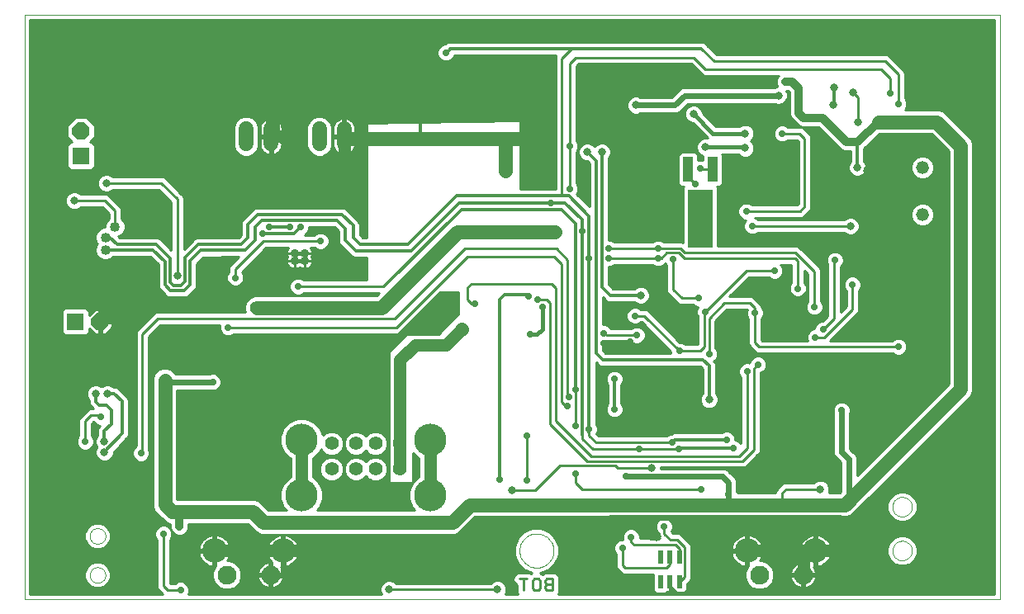
<source format=gbl>
G75*
G70*
%OFA0B0*%
%FSLAX24Y24*%
%IPPOS*%
%LPD*%
%AMOC8*
5,1,8,0,0,1.08239X$1,22.5*
%
%ADD10C,0.0000*%
%ADD11C,0.0100*%
%ADD12C,0.0357*%
%ADD13R,0.0220X0.0520*%
%ADD14C,0.0760*%
%ADD15C,0.1000*%
%ADD16OC8,0.0700*%
%ADD17R,0.0700X0.0700*%
%ADD18C,0.1306*%
%ADD19C,0.0554*%
%ADD20C,0.0520*%
%ADD21C,0.0600*%
%ADD22R,0.0394X0.0984*%
%ADD23R,0.0984X0.2362*%
%ADD24C,0.0500*%
%ADD25C,0.0560*%
%ADD26C,0.0320*%
%ADD27C,0.0320*%
%ADD28C,0.0240*%
%ADD29C,0.0277*%
%ADD30C,0.0120*%
%ADD31C,0.0317*%
%ADD32C,0.0400*%
%ADD33C,0.0500*%
%ADD34R,0.2540X0.2540*%
%ADD35C,0.0160*%
%ADD36C,0.0560*%
D10*
X000189Y003356D02*
X000189Y026978D01*
X039559Y026978D01*
X039559Y003356D01*
X000189Y003356D01*
X002827Y004341D02*
X002829Y004376D01*
X002835Y004411D01*
X002845Y004445D01*
X002858Y004478D01*
X002875Y004509D01*
X002896Y004537D01*
X002919Y004564D01*
X002946Y004587D01*
X002974Y004608D01*
X003005Y004625D01*
X003038Y004638D01*
X003072Y004648D01*
X003107Y004654D01*
X003142Y004656D01*
X003177Y004654D01*
X003212Y004648D01*
X003246Y004638D01*
X003279Y004625D01*
X003310Y004608D01*
X003338Y004587D01*
X003365Y004564D01*
X003388Y004537D01*
X003409Y004509D01*
X003426Y004478D01*
X003439Y004445D01*
X003449Y004411D01*
X003455Y004376D01*
X003457Y004341D01*
X003455Y004306D01*
X003449Y004271D01*
X003439Y004237D01*
X003426Y004204D01*
X003409Y004173D01*
X003388Y004145D01*
X003365Y004118D01*
X003338Y004095D01*
X003310Y004074D01*
X003279Y004057D01*
X003246Y004044D01*
X003212Y004034D01*
X003177Y004028D01*
X003142Y004026D01*
X003107Y004028D01*
X003072Y004034D01*
X003038Y004044D01*
X003005Y004057D01*
X002974Y004074D01*
X002946Y004095D01*
X002919Y004118D01*
X002896Y004145D01*
X002875Y004173D01*
X002858Y004204D01*
X002845Y004237D01*
X002835Y004271D01*
X002829Y004306D01*
X002827Y004341D01*
X002827Y005915D02*
X002829Y005950D01*
X002835Y005985D01*
X002845Y006019D01*
X002858Y006052D01*
X002875Y006083D01*
X002896Y006111D01*
X002919Y006138D01*
X002946Y006161D01*
X002974Y006182D01*
X003005Y006199D01*
X003038Y006212D01*
X003072Y006222D01*
X003107Y006228D01*
X003142Y006230D01*
X003177Y006228D01*
X003212Y006222D01*
X003246Y006212D01*
X003279Y006199D01*
X003310Y006182D01*
X003338Y006161D01*
X003365Y006138D01*
X003388Y006111D01*
X003409Y006083D01*
X003426Y006052D01*
X003439Y006019D01*
X003449Y005985D01*
X003455Y005950D01*
X003457Y005915D01*
X003455Y005880D01*
X003449Y005845D01*
X003439Y005811D01*
X003426Y005778D01*
X003409Y005747D01*
X003388Y005719D01*
X003365Y005692D01*
X003338Y005669D01*
X003310Y005648D01*
X003279Y005631D01*
X003246Y005618D01*
X003212Y005608D01*
X003177Y005602D01*
X003142Y005600D01*
X003107Y005602D01*
X003072Y005608D01*
X003038Y005618D01*
X003005Y005631D01*
X002974Y005648D01*
X002946Y005669D01*
X002919Y005692D01*
X002896Y005719D01*
X002875Y005747D01*
X002858Y005778D01*
X002845Y005811D01*
X002835Y005845D01*
X002829Y005880D01*
X002827Y005915D01*
X020170Y005325D02*
X020172Y005377D01*
X020178Y005429D01*
X020188Y005480D01*
X020201Y005530D01*
X020219Y005580D01*
X020240Y005627D01*
X020264Y005673D01*
X020293Y005717D01*
X020324Y005759D01*
X020358Y005798D01*
X020395Y005835D01*
X020435Y005868D01*
X020478Y005899D01*
X020522Y005926D01*
X020568Y005950D01*
X020617Y005970D01*
X020666Y005986D01*
X020717Y005999D01*
X020768Y006008D01*
X020820Y006013D01*
X020872Y006014D01*
X020924Y006011D01*
X020976Y006004D01*
X021027Y005993D01*
X021077Y005979D01*
X021126Y005960D01*
X021173Y005938D01*
X021218Y005913D01*
X021262Y005884D01*
X021303Y005852D01*
X021342Y005817D01*
X021377Y005779D01*
X021410Y005738D01*
X021440Y005696D01*
X021466Y005651D01*
X021489Y005604D01*
X021508Y005555D01*
X021524Y005505D01*
X021536Y005455D01*
X021544Y005403D01*
X021548Y005351D01*
X021548Y005299D01*
X021544Y005247D01*
X021536Y005195D01*
X021524Y005145D01*
X021508Y005095D01*
X021489Y005046D01*
X021466Y004999D01*
X021440Y004954D01*
X021410Y004912D01*
X021377Y004871D01*
X021342Y004833D01*
X021303Y004798D01*
X021262Y004766D01*
X021218Y004737D01*
X021173Y004712D01*
X021126Y004690D01*
X021077Y004671D01*
X021027Y004657D01*
X020976Y004646D01*
X020924Y004639D01*
X020872Y004636D01*
X020820Y004637D01*
X020768Y004642D01*
X020717Y004651D01*
X020666Y004664D01*
X020617Y004680D01*
X020568Y004700D01*
X020522Y004724D01*
X020478Y004751D01*
X020435Y004782D01*
X020395Y004815D01*
X020358Y004852D01*
X020324Y004891D01*
X020293Y004933D01*
X020264Y004977D01*
X020240Y005023D01*
X020219Y005070D01*
X020201Y005120D01*
X020188Y005170D01*
X020178Y005221D01*
X020172Y005273D01*
X020170Y005325D01*
X035228Y005325D02*
X035230Y005364D01*
X035236Y005403D01*
X035246Y005441D01*
X035259Y005478D01*
X035276Y005513D01*
X035296Y005547D01*
X035320Y005578D01*
X035347Y005607D01*
X035376Y005633D01*
X035408Y005656D01*
X035442Y005676D01*
X035478Y005692D01*
X035515Y005704D01*
X035554Y005713D01*
X035593Y005718D01*
X035632Y005719D01*
X035671Y005716D01*
X035710Y005709D01*
X035747Y005698D01*
X035784Y005684D01*
X035819Y005666D01*
X035852Y005645D01*
X035883Y005620D01*
X035911Y005593D01*
X035936Y005563D01*
X035958Y005530D01*
X035977Y005496D01*
X035992Y005460D01*
X036004Y005422D01*
X036012Y005384D01*
X036016Y005345D01*
X036016Y005305D01*
X036012Y005266D01*
X036004Y005228D01*
X035992Y005190D01*
X035977Y005154D01*
X035958Y005120D01*
X035936Y005087D01*
X035911Y005057D01*
X035883Y005030D01*
X035852Y005005D01*
X035819Y004984D01*
X035784Y004966D01*
X035747Y004952D01*
X035710Y004941D01*
X035671Y004934D01*
X035632Y004931D01*
X035593Y004932D01*
X035554Y004937D01*
X035515Y004946D01*
X035478Y004958D01*
X035442Y004974D01*
X035408Y004994D01*
X035376Y005017D01*
X035347Y005043D01*
X035320Y005072D01*
X035296Y005103D01*
X035276Y005137D01*
X035259Y005172D01*
X035246Y005209D01*
X035236Y005247D01*
X035230Y005286D01*
X035228Y005325D01*
X035228Y007096D02*
X035230Y007135D01*
X035236Y007174D01*
X035246Y007212D01*
X035259Y007249D01*
X035276Y007284D01*
X035296Y007318D01*
X035320Y007349D01*
X035347Y007378D01*
X035376Y007404D01*
X035408Y007427D01*
X035442Y007447D01*
X035478Y007463D01*
X035515Y007475D01*
X035554Y007484D01*
X035593Y007489D01*
X035632Y007490D01*
X035671Y007487D01*
X035710Y007480D01*
X035747Y007469D01*
X035784Y007455D01*
X035819Y007437D01*
X035852Y007416D01*
X035883Y007391D01*
X035911Y007364D01*
X035936Y007334D01*
X035958Y007301D01*
X035977Y007267D01*
X035992Y007231D01*
X036004Y007193D01*
X036012Y007155D01*
X036016Y007116D01*
X036016Y007076D01*
X036012Y007037D01*
X036004Y006999D01*
X035992Y006961D01*
X035977Y006925D01*
X035958Y006891D01*
X035936Y006858D01*
X035911Y006828D01*
X035883Y006801D01*
X035852Y006776D01*
X035819Y006755D01*
X035784Y006737D01*
X035747Y006723D01*
X035710Y006712D01*
X035671Y006705D01*
X035632Y006702D01*
X035593Y006703D01*
X035554Y006708D01*
X035515Y006717D01*
X035478Y006729D01*
X035442Y006745D01*
X035408Y006765D01*
X035376Y006788D01*
X035347Y006814D01*
X035320Y006843D01*
X035296Y006874D01*
X035276Y006908D01*
X035259Y006943D01*
X035246Y006980D01*
X035236Y007018D01*
X035230Y007057D01*
X035228Y007096D01*
D11*
X035019Y007099D02*
X033917Y007099D01*
X034015Y007198D02*
X035019Y007198D01*
X035019Y007217D02*
X035019Y006976D01*
X035111Y006754D01*
X035280Y006585D01*
X035502Y006493D01*
X035743Y006493D01*
X035964Y006585D01*
X036134Y006754D01*
X036226Y006976D01*
X036226Y007217D01*
X036134Y007438D01*
X035964Y007608D01*
X035743Y007700D01*
X035502Y007700D01*
X035280Y007608D01*
X035111Y007438D01*
X035019Y007217D01*
X035052Y007296D02*
X034114Y007296D01*
X034212Y007395D02*
X035093Y007395D01*
X035166Y007493D02*
X034311Y007493D01*
X034409Y007592D02*
X035264Y007592D01*
X035479Y007690D02*
X034508Y007690D01*
X034606Y007789D02*
X039349Y007789D01*
X039349Y007887D02*
X034705Y007887D01*
X034803Y007986D02*
X039349Y007986D01*
X039349Y008084D02*
X034902Y008084D01*
X035000Y008183D02*
X039349Y008183D01*
X039349Y008281D02*
X035099Y008281D01*
X035197Y008380D02*
X039349Y008380D01*
X039349Y008478D02*
X035296Y008478D01*
X035394Y008577D02*
X039349Y008577D01*
X039349Y008675D02*
X035493Y008675D01*
X035591Y008774D02*
X039349Y008774D01*
X039349Y008872D02*
X035690Y008872D01*
X035788Y008971D02*
X039349Y008971D01*
X039349Y009069D02*
X035887Y009069D01*
X035985Y009168D02*
X039349Y009168D01*
X039349Y009266D02*
X036084Y009266D01*
X036182Y009365D02*
X039349Y009365D01*
X039349Y009463D02*
X036281Y009463D01*
X036379Y009562D02*
X039349Y009562D01*
X039349Y009660D02*
X036478Y009660D01*
X036576Y009759D02*
X039349Y009759D01*
X039349Y009857D02*
X036675Y009857D01*
X036773Y009956D02*
X039349Y009956D01*
X039349Y010054D02*
X036872Y010054D01*
X036970Y010153D02*
X039349Y010153D01*
X039349Y010251D02*
X037069Y010251D01*
X037167Y010350D02*
X039349Y010350D01*
X039349Y010448D02*
X037266Y010448D01*
X037364Y010547D02*
X039349Y010547D01*
X039349Y010645D02*
X037463Y010645D01*
X037561Y010744D02*
X039349Y010744D01*
X039349Y010842D02*
X037660Y010842D01*
X037758Y010941D02*
X039349Y010941D01*
X039349Y011039D02*
X037857Y011039D01*
X037955Y011138D02*
X039349Y011138D01*
X039349Y011236D02*
X038054Y011236D01*
X038152Y011335D02*
X039349Y011335D01*
X039349Y011433D02*
X038251Y011433D01*
X038262Y011445D02*
X038400Y011583D01*
X038475Y011763D01*
X038475Y021773D01*
X038400Y021953D01*
X037428Y022925D01*
X037290Y023063D01*
X037110Y023138D01*
X035739Y023138D01*
X035761Y023159D01*
X035814Y023287D01*
X035814Y023426D01*
X035761Y023554D01*
X035725Y023589D01*
X035725Y024622D01*
X035685Y024718D01*
X035168Y025236D01*
X035094Y025309D01*
X034999Y025349D01*
X028132Y025349D01*
X027751Y025729D01*
X027741Y025753D01*
X027665Y025829D01*
X027566Y025870D01*
X017301Y025870D01*
X017202Y025829D01*
X017164Y025792D01*
X017128Y025792D01*
X017000Y025739D01*
X016902Y025640D01*
X016849Y025512D01*
X016849Y025374D01*
X016902Y025245D01*
X017000Y025147D01*
X017128Y025094D01*
X017267Y025094D01*
X017395Y025147D01*
X017493Y025245D01*
X017528Y025330D01*
X021652Y025330D01*
X021622Y025258D01*
X021622Y019925D01*
X020189Y019925D01*
X020189Y022687D01*
X013772Y022608D01*
X013772Y026768D01*
X039349Y026768D01*
X039349Y003566D01*
X021730Y003566D01*
X021738Y003574D01*
X021777Y003670D01*
X021777Y004233D01*
X021738Y004329D01*
X021665Y004402D01*
X021569Y004442D01*
X021235Y004442D01*
X021140Y004402D01*
X021106Y004368D01*
X021072Y004402D01*
X021046Y004413D01*
X021015Y004426D01*
X021037Y004426D01*
X021368Y004563D01*
X021621Y004816D01*
X021758Y005146D01*
X021758Y005504D01*
X021621Y005834D01*
X021368Y006087D01*
X021037Y006224D01*
X020680Y006224D01*
X020349Y006087D01*
X020097Y005834D01*
X019960Y005504D01*
X019960Y005146D01*
X020097Y004816D01*
X020349Y004563D01*
X020680Y004426D01*
X020682Y004426D01*
X020629Y004404D01*
X020538Y004442D01*
X020127Y004442D01*
X020032Y004402D01*
X019959Y004329D01*
X019919Y004233D01*
X019919Y004130D01*
X019959Y004034D01*
X020032Y003961D01*
X020073Y003944D01*
X020073Y003670D01*
X020112Y003574D01*
X020120Y003566D01*
X019607Y003566D01*
X019652Y003677D01*
X019652Y003823D01*
X019596Y003959D01*
X019493Y004062D01*
X019357Y004118D01*
X019211Y004118D01*
X019075Y004062D01*
X019023Y004010D01*
X015175Y004010D01*
X015122Y004062D01*
X014987Y004118D01*
X014840Y004118D01*
X014705Y004062D01*
X014601Y003959D01*
X014545Y003823D01*
X014545Y003677D01*
X014591Y003566D01*
X013772Y003566D01*
X013772Y005977D01*
X017570Y005977D01*
X017750Y006051D01*
X018384Y006685D01*
X033397Y006685D01*
X033577Y006760D01*
X033735Y006917D01*
X038262Y011445D01*
X038349Y011532D02*
X039349Y011532D01*
X039349Y011630D02*
X038420Y011630D01*
X038461Y011729D02*
X039349Y011729D01*
X039349Y011827D02*
X038475Y011827D01*
X038475Y011926D02*
X039349Y011926D01*
X039349Y012024D02*
X038475Y012024D01*
X038475Y012123D02*
X039349Y012123D01*
X039349Y012221D02*
X038475Y012221D01*
X038475Y012320D02*
X039349Y012320D01*
X039349Y012418D02*
X038475Y012418D01*
X038475Y012517D02*
X039349Y012517D01*
X039349Y012615D02*
X038475Y012615D01*
X038475Y012714D02*
X039349Y012714D01*
X039349Y012812D02*
X038475Y012812D01*
X038475Y012911D02*
X039349Y012911D01*
X039349Y013009D02*
X038475Y013009D01*
X038475Y013108D02*
X039349Y013108D01*
X039349Y013206D02*
X038475Y013206D01*
X038475Y013305D02*
X039349Y013305D01*
X039349Y013403D02*
X038475Y013403D01*
X038475Y013502D02*
X039349Y013502D01*
X039349Y013600D02*
X038475Y013600D01*
X038475Y013699D02*
X039349Y013699D01*
X039349Y013797D02*
X038475Y013797D01*
X038475Y013896D02*
X039349Y013896D01*
X039349Y013994D02*
X038475Y013994D01*
X038475Y014093D02*
X039349Y014093D01*
X039349Y014191D02*
X038475Y014191D01*
X038475Y014290D02*
X039349Y014290D01*
X039349Y014388D02*
X038475Y014388D01*
X038475Y014487D02*
X039349Y014487D01*
X039349Y014585D02*
X038475Y014585D01*
X038475Y014684D02*
X039349Y014684D01*
X039349Y014782D02*
X038475Y014782D01*
X038475Y014881D02*
X039349Y014881D01*
X039349Y014979D02*
X038475Y014979D01*
X038475Y015078D02*
X039349Y015078D01*
X039349Y015176D02*
X038475Y015176D01*
X038475Y015275D02*
X039349Y015275D01*
X039349Y015373D02*
X038475Y015373D01*
X038475Y015472D02*
X039349Y015472D01*
X039349Y015570D02*
X038475Y015570D01*
X038475Y015669D02*
X039349Y015669D01*
X039349Y015767D02*
X038475Y015767D01*
X038475Y015866D02*
X039349Y015866D01*
X039349Y015964D02*
X038475Y015964D01*
X038475Y016063D02*
X039349Y016063D01*
X039349Y016161D02*
X038475Y016161D01*
X038475Y016260D02*
X039349Y016260D01*
X039349Y016358D02*
X038475Y016358D01*
X038475Y016457D02*
X039349Y016457D01*
X039349Y016555D02*
X038475Y016555D01*
X038475Y016654D02*
X039349Y016654D01*
X039349Y016752D02*
X038475Y016752D01*
X038475Y016851D02*
X039349Y016851D01*
X039349Y016949D02*
X038475Y016949D01*
X038475Y017048D02*
X039349Y017048D01*
X039349Y017146D02*
X038475Y017146D01*
X038475Y017245D02*
X039349Y017245D01*
X039349Y017343D02*
X038475Y017343D01*
X038475Y017442D02*
X039349Y017442D01*
X039349Y017540D02*
X038475Y017540D01*
X038475Y017639D02*
X039349Y017639D01*
X039349Y017737D02*
X038475Y017737D01*
X038475Y017836D02*
X039349Y017836D01*
X039349Y017934D02*
X038475Y017934D01*
X038475Y018033D02*
X039349Y018033D01*
X039349Y018131D02*
X038475Y018131D01*
X038475Y018230D02*
X039349Y018230D01*
X039349Y018328D02*
X038475Y018328D01*
X038475Y018427D02*
X039349Y018427D01*
X039349Y018525D02*
X038475Y018525D01*
X038475Y018624D02*
X039349Y018624D01*
X039349Y018722D02*
X038475Y018722D01*
X038475Y018821D02*
X039349Y018821D01*
X039349Y018919D02*
X038475Y018919D01*
X038475Y019018D02*
X039349Y019018D01*
X039349Y019116D02*
X038475Y019116D01*
X038475Y019215D02*
X039349Y019215D01*
X039349Y019313D02*
X038475Y019313D01*
X038475Y019412D02*
X039349Y019412D01*
X039349Y019510D02*
X038475Y019510D01*
X038475Y019609D02*
X039349Y019609D01*
X039349Y019707D02*
X038475Y019707D01*
X038475Y019806D02*
X039349Y019806D01*
X039349Y019904D02*
X038475Y019904D01*
X038475Y020003D02*
X039349Y020003D01*
X039349Y020101D02*
X038475Y020101D01*
X038475Y020200D02*
X039349Y020200D01*
X039349Y020298D02*
X038475Y020298D01*
X038475Y020397D02*
X039349Y020397D01*
X039349Y020495D02*
X038475Y020495D01*
X038475Y020594D02*
X039349Y020594D01*
X039349Y020692D02*
X038475Y020692D01*
X038475Y020791D02*
X039349Y020791D01*
X039349Y020889D02*
X038475Y020889D01*
X038475Y020988D02*
X039349Y020988D01*
X039349Y021086D02*
X038475Y021086D01*
X038475Y021185D02*
X039349Y021185D01*
X039349Y021283D02*
X038475Y021283D01*
X038475Y021382D02*
X039349Y021382D01*
X039349Y021480D02*
X038475Y021480D01*
X038475Y021579D02*
X039349Y021579D01*
X039349Y021677D02*
X038475Y021677D01*
X038473Y021776D02*
X039349Y021776D01*
X039349Y021874D02*
X038433Y021874D01*
X038380Y021973D02*
X039349Y021973D01*
X039349Y022071D02*
X038282Y022071D01*
X038183Y022170D02*
X039349Y022170D01*
X039349Y022268D02*
X038085Y022268D01*
X037986Y022367D02*
X039349Y022367D01*
X039349Y022465D02*
X037888Y022465D01*
X037789Y022564D02*
X039349Y022564D01*
X039349Y022662D02*
X037691Y022662D01*
X037592Y022761D02*
X039349Y022761D01*
X039349Y022859D02*
X037494Y022859D01*
X037395Y022958D02*
X039349Y022958D01*
X039349Y023056D02*
X037297Y023056D01*
X036809Y022158D02*
X037495Y021472D01*
X037495Y012063D01*
X033792Y008361D01*
X033795Y008959D01*
X033795Y008960D01*
X033795Y009025D01*
X033796Y009090D01*
X033795Y009090D01*
X033795Y009091D01*
X033771Y009151D01*
X033746Y009211D01*
X033745Y009212D01*
X033699Y009258D01*
X033654Y009304D01*
X033653Y009305D01*
X033511Y009446D01*
X033511Y010879D01*
X033530Y010925D01*
X033530Y011063D01*
X033477Y011192D01*
X033379Y011290D01*
X033251Y011343D01*
X033112Y011343D01*
X032984Y011290D01*
X032886Y011192D01*
X032833Y011063D01*
X032833Y010925D01*
X032851Y010879D01*
X032851Y009244D01*
X032902Y009123D01*
X032995Y009030D01*
X033135Y008890D01*
X033129Y007697D01*
X033097Y007665D01*
X032656Y007665D01*
X032684Y007732D01*
X032684Y007878D01*
X032628Y008014D01*
X032524Y008117D01*
X032389Y008174D01*
X032242Y008174D01*
X032107Y008117D01*
X032054Y008065D01*
X030870Y008065D01*
X030775Y008026D01*
X030633Y007884D01*
X030560Y007810D01*
X030520Y007715D01*
X030520Y007665D01*
X028963Y007665D01*
X028963Y007678D01*
X028945Y007723D01*
X028945Y008137D01*
X028894Y008258D01*
X028648Y008504D01*
X028556Y008597D01*
X028434Y008647D01*
X025873Y008647D01*
X025873Y008687D01*
X029231Y008687D01*
X029326Y008726D01*
X029785Y009186D01*
X029859Y009259D01*
X029898Y009354D01*
X029898Y012509D01*
X029993Y012549D01*
X030091Y012647D01*
X030144Y012775D01*
X030144Y012914D01*
X030091Y013042D01*
X029993Y013140D01*
X029865Y013193D01*
X029726Y013193D01*
X029598Y013140D01*
X029500Y013042D01*
X029447Y012914D01*
X029447Y012911D01*
X029432Y012918D01*
X029293Y012918D01*
X029165Y012865D01*
X029067Y012766D01*
X029014Y012638D01*
X029014Y012500D01*
X029067Y012371D01*
X029103Y012336D01*
X029103Y009661D01*
X029009Y009754D01*
X028885Y009806D01*
X028885Y009882D01*
X028831Y010011D01*
X028733Y010109D01*
X028605Y010162D01*
X028466Y010162D01*
X028338Y010109D01*
X028313Y010083D01*
X026396Y010083D01*
X026300Y010044D01*
X026262Y010044D01*
X026134Y009991D01*
X026098Y009955D01*
X023371Y009955D01*
X023279Y010047D01*
X023280Y010048D01*
X023333Y010177D01*
X023333Y010315D01*
X023280Y010444D01*
X023255Y010469D01*
X023255Y012929D01*
X023295Y012888D01*
X023371Y012812D01*
X023471Y012771D01*
X027463Y012771D01*
X027557Y012677D01*
X027557Y011678D01*
X027515Y011636D01*
X027459Y011500D01*
X027459Y011354D01*
X027515Y011218D01*
X027618Y011115D01*
X027754Y011059D01*
X027900Y011059D01*
X028036Y011115D01*
X028140Y011218D01*
X028196Y011354D01*
X028196Y011500D01*
X028140Y011636D01*
X028097Y011678D01*
X028097Y012843D01*
X028056Y012942D01*
X028019Y012979D01*
X028025Y012982D01*
X028123Y013080D01*
X028176Y013208D01*
X028176Y013347D01*
X028123Y013475D01*
X028087Y013511D01*
X028087Y014601D01*
X028551Y015065D01*
X029355Y015065D01*
X029329Y015000D01*
X029329Y014862D01*
X029382Y014734D01*
X029418Y014698D01*
X029418Y013677D01*
X029457Y013582D01*
X029530Y013509D01*
X029706Y013333D01*
X029802Y013293D01*
X035232Y013293D01*
X035267Y013257D01*
X035396Y013204D01*
X035534Y013204D01*
X035663Y013257D01*
X035761Y013356D01*
X035814Y013484D01*
X035814Y013622D01*
X035761Y013751D01*
X035663Y013849D01*
X035534Y013902D01*
X035396Y013902D01*
X035267Y013849D01*
X035232Y013813D01*
X032721Y013813D01*
X033835Y014927D01*
X033875Y015022D01*
X033875Y015840D01*
X033910Y015875D01*
X033963Y016003D01*
X033963Y016142D01*
X033910Y016270D01*
X033812Y016368D01*
X033684Y016422D01*
X033545Y016422D01*
X033417Y016368D01*
X033319Y016270D01*
X033266Y016142D01*
X033266Y016003D01*
X033319Y015875D01*
X033355Y015840D01*
X033355Y015182D01*
X033127Y014954D01*
X033127Y016784D01*
X033202Y016860D01*
X033255Y016988D01*
X033255Y017126D01*
X033202Y017255D01*
X033103Y017353D01*
X032975Y017406D01*
X032837Y017406D01*
X032708Y017353D01*
X032610Y017255D01*
X032557Y017126D01*
X032557Y016988D01*
X032607Y016869D01*
X032607Y014803D01*
X032415Y014611D01*
X032364Y014611D01*
X032236Y014557D01*
X032138Y014459D01*
X032085Y014331D01*
X032085Y014296D01*
X032049Y014296D01*
X031921Y014242D01*
X031823Y014144D01*
X031770Y014016D01*
X031770Y013877D01*
X031796Y013813D01*
X029961Y013813D01*
X029938Y013837D01*
X029938Y014698D01*
X029973Y014734D01*
X030026Y014862D01*
X030026Y015000D01*
X029973Y015129D01*
X029938Y015164D01*
X029938Y015180D01*
X029898Y015275D01*
X029701Y015472D01*
X029628Y015545D01*
X029532Y015585D01*
X028652Y015585D01*
X029431Y016364D01*
X030232Y016364D01*
X030267Y016328D01*
X030396Y016275D01*
X030534Y016275D01*
X030663Y016328D01*
X030761Y016426D01*
X030814Y016555D01*
X031150Y016555D01*
X031150Y016457D02*
X030773Y016457D01*
X030814Y016555D02*
X030814Y016693D01*
X030761Y016822D01*
X030706Y016876D01*
X031150Y016876D01*
X031150Y016149D01*
X031114Y016113D01*
X031061Y015985D01*
X031061Y015846D01*
X031114Y015718D01*
X031212Y015620D01*
X031340Y015567D01*
X031479Y015567D01*
X031607Y015620D01*
X031705Y015718D01*
X031759Y015846D01*
X031759Y015985D01*
X031705Y016113D01*
X031670Y016149D01*
X031670Y016637D01*
X031819Y016488D01*
X031819Y015400D01*
X031783Y015365D01*
X031730Y015237D01*
X031730Y015098D01*
X031783Y014970D01*
X031882Y014872D01*
X032010Y014819D01*
X032149Y014819D01*
X032277Y014872D01*
X032375Y014970D01*
X032428Y015098D01*
X032428Y015237D01*
X032375Y015365D01*
X032339Y015400D01*
X032339Y016647D01*
X032300Y016743D01*
X032226Y016816D01*
X031450Y017592D01*
X031354Y017632D01*
X028175Y017632D01*
X028175Y019987D01*
X028145Y020016D01*
X028257Y020016D01*
X028380Y020139D01*
X028380Y021298D01*
X028343Y021334D01*
X029011Y021334D01*
X029074Y021271D01*
X029210Y021215D01*
X029357Y021215D01*
X029493Y021271D01*
X029598Y021375D01*
X029654Y021511D01*
X029654Y021658D01*
X029598Y021794D01*
X029512Y021880D01*
X029598Y021966D01*
X029654Y022102D01*
X029654Y022249D01*
X029598Y022385D01*
X029493Y022489D01*
X029357Y022545D01*
X029210Y022545D01*
X029074Y022489D01*
X029051Y022465D01*
X028105Y022465D01*
X027567Y023003D01*
X027567Y023036D01*
X027511Y023172D01*
X027407Y023276D01*
X027271Y023333D01*
X027124Y023333D01*
X026988Y023276D01*
X026884Y023172D01*
X026827Y023036D01*
X026827Y022889D01*
X026884Y022753D01*
X026988Y022649D01*
X027124Y022593D01*
X027157Y022593D01*
X027764Y021985D01*
X027743Y021994D01*
X027596Y021994D01*
X027460Y021938D01*
X027356Y021834D01*
X027300Y021698D01*
X027300Y021550D01*
X027356Y021414D01*
X027460Y021310D01*
X027566Y021266D01*
X027566Y021097D01*
X027542Y021107D01*
X027403Y021107D01*
X027380Y021097D01*
X027380Y021298D01*
X027257Y021421D01*
X026689Y021421D01*
X026566Y021298D01*
X026566Y020139D01*
X026689Y020016D01*
X026800Y020016D01*
X026771Y019987D01*
X026771Y017776D01*
X026737Y017790D01*
X026013Y017790D01*
X025977Y017825D01*
X025849Y017878D01*
X025711Y017878D01*
X025582Y017825D01*
X025547Y017790D01*
X024005Y017790D01*
X023970Y017825D01*
X023841Y017878D01*
X023766Y017878D01*
X023766Y021176D01*
X023809Y021218D01*
X023865Y021354D01*
X023865Y021500D01*
X023809Y021636D01*
X023705Y021739D01*
X023570Y021796D01*
X023423Y021796D01*
X023288Y021739D01*
X023201Y021653D01*
X023115Y021739D01*
X022979Y021796D01*
X022833Y021796D01*
X022697Y021739D01*
X022594Y021636D01*
X022537Y021500D01*
X022537Y021354D01*
X022594Y021218D01*
X022697Y021115D01*
X022833Y021059D01*
X022892Y021059D01*
X022990Y020961D01*
X022990Y019220D01*
X022485Y019725D01*
X022493Y019734D01*
X022546Y019862D01*
X022546Y020000D01*
X022493Y020129D01*
X022457Y020164D01*
X022457Y021430D01*
X022493Y021466D01*
X022546Y021594D01*
X022546Y021733D01*
X022493Y021861D01*
X022457Y021897D01*
X022457Y024886D01*
X022557Y024986D01*
X027090Y024986D01*
X027522Y024553D01*
X027618Y024514D01*
X030627Y024514D01*
X030584Y024471D01*
X030528Y024335D01*
X030528Y024188D01*
X030573Y024079D01*
X030549Y024079D01*
X030456Y024041D01*
X026777Y024041D01*
X026656Y023990D01*
X026313Y023647D01*
X025039Y023647D01*
X025040Y023647D02*
X024948Y023685D01*
X024801Y023685D01*
X024666Y023629D01*
X024562Y023526D01*
X024506Y023390D01*
X024506Y023244D01*
X024562Y023108D01*
X024666Y023005D01*
X024801Y022948D01*
X024948Y022948D01*
X025040Y022987D01*
X026515Y022987D01*
X026636Y023037D01*
X026729Y023130D01*
X026980Y023381D01*
X030456Y023381D01*
X030549Y023342D01*
X030696Y023342D01*
X030831Y023398D01*
X030935Y023502D01*
X030991Y023637D01*
X030991Y023784D01*
X030946Y023892D01*
X031032Y023892D01*
X031079Y023844D01*
X030966Y023844D01*
X030991Y023746D02*
X031079Y023746D01*
X031079Y023844D02*
X031079Y022932D01*
X031136Y022796D01*
X031240Y022692D01*
X031440Y022491D01*
X031576Y022435D01*
X032241Y022435D01*
X033169Y021507D01*
X033305Y021451D01*
X033541Y021451D01*
X033541Y021048D01*
X033499Y021006D01*
X033443Y020871D01*
X033443Y020724D01*
X033499Y020589D01*
X033603Y020485D01*
X033738Y020429D01*
X033885Y020429D01*
X034020Y020485D01*
X034124Y020589D01*
X034180Y020724D01*
X034180Y020871D01*
X034124Y021006D01*
X034081Y021048D01*
X034081Y021567D01*
X034700Y022158D01*
X036809Y022158D01*
X036896Y022071D02*
X034610Y022071D01*
X034506Y021973D02*
X036994Y021973D01*
X037093Y021874D02*
X034403Y021874D01*
X034300Y021776D02*
X037191Y021776D01*
X037290Y021677D02*
X034197Y021677D01*
X034094Y021579D02*
X037388Y021579D01*
X037487Y021480D02*
X034081Y021480D01*
X034081Y021382D02*
X037495Y021382D01*
X037495Y021283D02*
X034081Y021283D01*
X034081Y021185D02*
X036175Y021185D01*
X036183Y021193D02*
X036051Y021061D01*
X035979Y020888D01*
X035979Y020701D01*
X036051Y020528D01*
X036183Y020396D01*
X036356Y020324D01*
X036543Y020324D01*
X036715Y020396D01*
X036848Y020528D01*
X036919Y020701D01*
X036919Y020888D01*
X036848Y021061D01*
X036715Y021193D01*
X036543Y021264D01*
X036356Y021264D01*
X036183Y021193D01*
X036076Y021086D02*
X034081Y021086D01*
X034131Y020988D02*
X036021Y020988D01*
X035980Y020889D02*
X034172Y020889D01*
X034180Y020791D02*
X035979Y020791D01*
X035983Y020692D02*
X034167Y020692D01*
X034126Y020594D02*
X036024Y020594D01*
X036084Y020495D02*
X034031Y020495D01*
X033592Y020495D02*
X031945Y020495D01*
X031945Y020397D02*
X036182Y020397D01*
X036716Y020397D02*
X037495Y020397D01*
X037495Y020495D02*
X036815Y020495D01*
X036875Y020594D02*
X037495Y020594D01*
X037495Y020692D02*
X036916Y020692D01*
X036919Y020791D02*
X037495Y020791D01*
X037495Y020889D02*
X036919Y020889D01*
X036878Y020988D02*
X037495Y020988D01*
X037495Y021086D02*
X036822Y021086D01*
X036724Y021185D02*
X037495Y021185D01*
X037495Y020298D02*
X031945Y020298D01*
X031945Y020200D02*
X037495Y020200D01*
X037495Y020101D02*
X031945Y020101D01*
X031945Y020003D02*
X037495Y020003D01*
X037495Y019904D02*
X031945Y019904D01*
X031945Y019806D02*
X037495Y019806D01*
X037495Y019707D02*
X031945Y019707D01*
X031945Y019609D02*
X037495Y019609D01*
X037495Y019510D02*
X031945Y019510D01*
X031945Y019412D02*
X037495Y019412D01*
X037495Y019313D02*
X036666Y019313D01*
X036715Y019293D02*
X036543Y019364D01*
X036356Y019364D01*
X036183Y019293D01*
X036051Y019161D01*
X035979Y018988D01*
X035979Y018801D01*
X036051Y018628D01*
X036183Y018496D01*
X036356Y018424D01*
X036543Y018424D01*
X036715Y018496D01*
X036848Y018628D01*
X036919Y018801D01*
X036919Y018988D01*
X036848Y019161D01*
X036715Y019293D01*
X036794Y019215D02*
X037495Y019215D01*
X037495Y019116D02*
X036866Y019116D01*
X036907Y019018D02*
X037495Y019018D01*
X037495Y018919D02*
X036919Y018919D01*
X036919Y018821D02*
X037495Y018821D01*
X037495Y018722D02*
X036887Y018722D01*
X036843Y018624D02*
X037495Y018624D01*
X037495Y018525D02*
X036745Y018525D01*
X036548Y018427D02*
X037495Y018427D01*
X037495Y018328D02*
X033890Y018328D01*
X033904Y018362D02*
X033904Y018508D01*
X033848Y018644D01*
X033745Y018747D01*
X033609Y018803D01*
X033463Y018803D01*
X033327Y018747D01*
X033275Y018695D01*
X029793Y018695D01*
X029757Y018731D01*
X029673Y018766D01*
X031540Y018766D01*
X031636Y018805D01*
X031709Y018878D01*
X031906Y019075D01*
X031945Y019171D01*
X031945Y022026D01*
X031906Y022122D01*
X031833Y022195D01*
X031632Y022396D01*
X031536Y022435D01*
X031013Y022435D01*
X030977Y022471D01*
X030849Y022524D01*
X030711Y022524D01*
X030582Y022471D01*
X030484Y022373D01*
X030431Y022245D01*
X030431Y022106D01*
X030484Y021978D01*
X030582Y021880D01*
X030711Y021826D01*
X030849Y021826D01*
X030977Y021880D01*
X031013Y021915D01*
X031377Y021915D01*
X031425Y021867D01*
X031425Y019330D01*
X031381Y019286D01*
X029556Y019286D01*
X029521Y019321D01*
X029393Y019374D01*
X029254Y019374D01*
X029126Y019321D01*
X029028Y019223D01*
X028974Y019095D01*
X028974Y018956D01*
X029028Y018828D01*
X029126Y018730D01*
X029254Y018677D01*
X029308Y018677D01*
X029264Y018633D01*
X029211Y018504D01*
X029211Y018366D01*
X029264Y018237D01*
X029362Y018139D01*
X029490Y018086D01*
X029629Y018086D01*
X029757Y018139D01*
X029793Y018175D01*
X033275Y018175D01*
X033327Y018123D01*
X033463Y018067D01*
X033609Y018067D01*
X033745Y018123D01*
X033848Y018226D01*
X033904Y018362D01*
X033904Y018427D02*
X036350Y018427D01*
X036154Y018525D02*
X033897Y018525D01*
X033856Y018624D02*
X036055Y018624D01*
X036012Y018722D02*
X033770Y018722D01*
X033536Y018435D02*
X029559Y018435D01*
X029211Y018427D02*
X028175Y018427D01*
X028175Y018525D02*
X029219Y018525D01*
X029260Y018624D02*
X028175Y018624D01*
X028175Y018722D02*
X029144Y018722D01*
X029035Y018821D02*
X028175Y018821D01*
X028175Y018919D02*
X028990Y018919D01*
X028974Y019018D02*
X028175Y019018D01*
X028175Y019116D02*
X028983Y019116D01*
X029024Y019215D02*
X028175Y019215D01*
X028175Y019313D02*
X029118Y019313D01*
X029323Y019026D02*
X031489Y019026D01*
X031685Y019222D01*
X031685Y021974D01*
X031485Y022175D01*
X030780Y022175D01*
X030431Y022170D02*
X029654Y022170D01*
X029646Y022268D02*
X030441Y022268D01*
X030482Y022367D02*
X029605Y022367D01*
X029517Y022465D02*
X030577Y022465D01*
X030983Y022465D02*
X031503Y022465D01*
X031368Y022564D02*
X028006Y022564D01*
X027908Y022662D02*
X031269Y022662D01*
X031171Y022761D02*
X027809Y022761D01*
X027711Y022859D02*
X031109Y022859D01*
X031079Y022958D02*
X027612Y022958D01*
X027559Y023056D02*
X031079Y023056D01*
X031079Y023155D02*
X027518Y023155D01*
X027430Y023253D02*
X031079Y023253D01*
X031079Y023352D02*
X030719Y023352D01*
X030883Y023450D02*
X031079Y023450D01*
X031079Y023549D02*
X030954Y023549D01*
X030991Y023647D02*
X031079Y023647D01*
X030526Y023352D02*
X026951Y023352D01*
X026965Y023253D02*
X026852Y023253D01*
X026876Y023155D02*
X026754Y023155D01*
X026836Y023056D02*
X026655Y023056D01*
X026827Y022958D02*
X024970Y022958D01*
X024779Y022958D02*
X022457Y022958D01*
X022457Y023056D02*
X024614Y023056D01*
X024543Y023155D02*
X022457Y023155D01*
X022457Y023253D02*
X024506Y023253D01*
X024506Y023352D02*
X022457Y023352D01*
X022457Y023450D02*
X024531Y023450D01*
X024585Y023549D02*
X022457Y023549D01*
X022457Y023647D02*
X024709Y023647D01*
X025040Y023647D02*
X026313Y023647D01*
X026411Y023746D02*
X022457Y023746D01*
X022457Y023844D02*
X026510Y023844D01*
X026608Y023943D02*
X022457Y023943D01*
X022457Y024041D02*
X030458Y024041D01*
X030548Y024140D02*
X022457Y024140D01*
X022457Y024238D02*
X030528Y024238D01*
X030529Y024337D02*
X022457Y024337D01*
X022457Y024435D02*
X030569Y024435D01*
X028060Y025420D02*
X039349Y025420D01*
X039349Y025322D02*
X035063Y025322D01*
X035180Y025223D02*
X039349Y025223D01*
X039349Y025125D02*
X035279Y025125D01*
X035377Y025026D02*
X039349Y025026D01*
X039349Y024928D02*
X035476Y024928D01*
X035574Y024829D02*
X039349Y024829D01*
X039349Y024731D02*
X035673Y024731D01*
X035721Y024632D02*
X039349Y024632D01*
X039349Y024534D02*
X035725Y024534D01*
X035725Y024435D02*
X039349Y024435D01*
X039349Y024337D02*
X035725Y024337D01*
X035725Y024238D02*
X039349Y024238D01*
X039349Y024140D02*
X035725Y024140D01*
X035725Y024041D02*
X039349Y024041D01*
X039349Y023943D02*
X035725Y023943D01*
X035725Y023844D02*
X039349Y023844D01*
X039349Y023746D02*
X035725Y023746D01*
X035725Y023647D02*
X039349Y023647D01*
X039349Y023549D02*
X035763Y023549D01*
X035803Y023450D02*
X039349Y023450D01*
X039349Y023352D02*
X035814Y023352D01*
X035800Y023253D02*
X039349Y023253D01*
X039349Y023155D02*
X035757Y023155D01*
X035465Y023356D02*
X035465Y024571D01*
X034947Y025089D01*
X028024Y025089D01*
X027512Y025600D01*
X027680Y025814D02*
X039349Y025814D01*
X039349Y025716D02*
X027764Y025716D01*
X027863Y025617D02*
X039349Y025617D01*
X039349Y025519D02*
X027961Y025519D01*
X027670Y024774D02*
X027197Y025246D01*
X022449Y025246D01*
X022197Y024994D01*
X022197Y021663D01*
X022197Y019931D01*
X022523Y019806D02*
X022990Y019806D01*
X022990Y019904D02*
X022546Y019904D01*
X022545Y020003D02*
X022990Y020003D01*
X022990Y020101D02*
X022504Y020101D01*
X022457Y020200D02*
X022990Y020200D01*
X022990Y020298D02*
X022457Y020298D01*
X022457Y020397D02*
X022990Y020397D01*
X022990Y020495D02*
X022457Y020495D01*
X022457Y020594D02*
X022990Y020594D01*
X022990Y020692D02*
X022457Y020692D01*
X022457Y020791D02*
X022990Y020791D01*
X022990Y020889D02*
X022457Y020889D01*
X022457Y020988D02*
X022963Y020988D01*
X022766Y021086D02*
X022457Y021086D01*
X022457Y021185D02*
X022627Y021185D01*
X022567Y021283D02*
X022457Y021283D01*
X022457Y021382D02*
X022537Y021382D01*
X022537Y021480D02*
X022499Y021480D01*
X022540Y021579D02*
X022570Y021579D01*
X022546Y021677D02*
X022635Y021677D01*
X022528Y021776D02*
X022785Y021776D01*
X023027Y021776D02*
X023376Y021776D01*
X023226Y021677D02*
X023177Y021677D01*
X023617Y021776D02*
X027332Y021776D01*
X027300Y021677D02*
X023767Y021677D01*
X023832Y021579D02*
X027300Y021579D01*
X027329Y021480D02*
X023865Y021480D01*
X023865Y021382D02*
X026650Y021382D01*
X026566Y021283D02*
X023836Y021283D01*
X023775Y021185D02*
X026566Y021185D01*
X026566Y021086D02*
X023766Y021086D01*
X023766Y020988D02*
X026566Y020988D01*
X026566Y020889D02*
X023766Y020889D01*
X023766Y020791D02*
X026566Y020791D01*
X026566Y020692D02*
X023766Y020692D01*
X023766Y020594D02*
X026566Y020594D01*
X026566Y020495D02*
X023766Y020495D01*
X023766Y020397D02*
X026566Y020397D01*
X026566Y020298D02*
X023766Y020298D01*
X023766Y020200D02*
X026566Y020200D01*
X026604Y020101D02*
X023766Y020101D01*
X023766Y020003D02*
X026787Y020003D01*
X026771Y019904D02*
X023766Y019904D01*
X023766Y019806D02*
X026771Y019806D01*
X026771Y019707D02*
X023766Y019707D01*
X023766Y019609D02*
X026771Y019609D01*
X026771Y019510D02*
X023766Y019510D01*
X023766Y019412D02*
X026771Y019412D01*
X026771Y019313D02*
X023766Y019313D01*
X023766Y019215D02*
X026771Y019215D01*
X026771Y019116D02*
X023766Y019116D01*
X023766Y019018D02*
X026771Y019018D01*
X026771Y018919D02*
X023766Y018919D01*
X023766Y018821D02*
X026771Y018821D01*
X026771Y018722D02*
X023766Y018722D01*
X023766Y018624D02*
X026771Y018624D01*
X026771Y018525D02*
X023766Y018525D01*
X023766Y018427D02*
X026771Y018427D01*
X026771Y018328D02*
X023766Y018328D01*
X023766Y018230D02*
X026771Y018230D01*
X026771Y018131D02*
X023766Y018131D01*
X023766Y018033D02*
X026771Y018033D01*
X026771Y017934D02*
X023766Y017934D01*
X023944Y017836D02*
X025608Y017836D01*
X025952Y017836D02*
X026771Y017836D01*
X026685Y017530D02*
X026843Y017372D01*
X031303Y017372D01*
X032079Y016596D01*
X032079Y015167D01*
X031730Y015176D02*
X029938Y015176D01*
X029898Y015275D02*
X031746Y015275D01*
X031792Y015373D02*
X029800Y015373D01*
X029701Y015472D02*
X031819Y015472D01*
X031819Y015570D02*
X031488Y015570D01*
X031332Y015570D02*
X029567Y015570D01*
X029481Y015325D02*
X028444Y015325D01*
X027827Y014708D01*
X027827Y013278D01*
X027630Y013553D02*
X027473Y013396D01*
X026626Y013396D01*
X025209Y014813D01*
X024835Y014813D01*
X024511Y014684D02*
X023530Y014684D01*
X023530Y014782D02*
X024486Y014782D01*
X024486Y014744D02*
X024539Y014615D01*
X024637Y014517D01*
X024766Y014464D01*
X024904Y014464D01*
X025033Y014517D01*
X025068Y014553D01*
X025101Y014553D01*
X026278Y013377D01*
X026278Y013326D01*
X026284Y013311D01*
X023636Y013311D01*
X023530Y013417D01*
X023530Y013756D01*
X023645Y013756D01*
X023668Y013765D01*
X023694Y013760D01*
X023719Y013766D01*
X024681Y013766D01*
X024716Y013730D01*
X024844Y013677D01*
X024983Y013677D01*
X025111Y013730D01*
X025209Y013828D01*
X025263Y013956D01*
X025263Y014095D01*
X025209Y014223D01*
X025111Y014321D01*
X024983Y014374D01*
X024844Y014374D01*
X024716Y014321D01*
X024681Y014286D01*
X023878Y014286D01*
X023871Y014302D01*
X023773Y014400D01*
X023645Y014453D01*
X023530Y014453D01*
X023530Y015561D01*
X023604Y015487D01*
X023680Y015411D01*
X023779Y015370D01*
X024820Y015370D01*
X024863Y015327D01*
X024998Y015271D01*
X025145Y015271D01*
X025280Y015327D01*
X025384Y015431D01*
X025440Y015566D01*
X025440Y015713D01*
X025384Y015848D01*
X025280Y015952D01*
X025145Y016008D01*
X024998Y016008D01*
X024863Y015952D01*
X024820Y015910D01*
X023945Y015910D01*
X023766Y016088D01*
X023766Y016787D01*
X023841Y016787D01*
X023970Y016840D01*
X024005Y016876D01*
X025547Y016876D01*
X025582Y016840D01*
X025711Y016787D01*
X025849Y016787D01*
X025977Y016840D01*
X026064Y016926D01*
X026075Y016899D01*
X026110Y016863D01*
X026110Y015826D01*
X026150Y015731D01*
X026507Y015374D01*
X026580Y015301D01*
X026675Y015262D01*
X027161Y015262D01*
X027197Y015226D01*
X027325Y015173D01*
X027379Y015173D01*
X027374Y015168D01*
X027321Y015040D01*
X027321Y014901D01*
X027370Y014782D01*
X025607Y014782D01*
X025509Y014881D02*
X027329Y014881D01*
X027321Y014979D02*
X025410Y014979D01*
X025356Y015033D02*
X025261Y015073D01*
X025068Y015073D01*
X025033Y015109D01*
X024904Y015162D01*
X024766Y015162D01*
X024637Y015109D01*
X024539Y015011D01*
X024486Y014882D01*
X024486Y014744D01*
X024486Y014881D02*
X023530Y014881D01*
X023530Y014979D02*
X024526Y014979D01*
X024607Y015078D02*
X023530Y015078D01*
X023530Y015176D02*
X027316Y015176D01*
X027337Y015078D02*
X025063Y015078D01*
X024990Y015275D02*
X023530Y015275D01*
X023530Y015373D02*
X023771Y015373D01*
X023619Y015472D02*
X023530Y015472D01*
X023890Y015964D02*
X024892Y015964D01*
X025250Y015964D02*
X026110Y015964D01*
X026110Y015866D02*
X025366Y015866D01*
X025417Y015767D02*
X026135Y015767D01*
X026212Y015669D02*
X025440Y015669D01*
X025440Y015570D02*
X026311Y015570D01*
X026409Y015472D02*
X025400Y015472D01*
X025326Y015373D02*
X026508Y015373D01*
X026643Y015275D02*
X025153Y015275D01*
X025356Y015033D02*
X026645Y013744D01*
X026696Y013744D01*
X026824Y013691D01*
X026860Y013656D01*
X027365Y013656D01*
X027370Y013661D01*
X027370Y014782D01*
X027370Y014684D02*
X025706Y014684D01*
X025804Y014585D02*
X027370Y014585D01*
X027370Y014487D02*
X025903Y014487D01*
X026001Y014388D02*
X027370Y014388D01*
X027370Y014290D02*
X026100Y014290D01*
X026198Y014191D02*
X027370Y014191D01*
X027370Y014093D02*
X026297Y014093D01*
X026395Y013994D02*
X027370Y013994D01*
X027370Y013896D02*
X026494Y013896D01*
X026592Y013797D02*
X027370Y013797D01*
X027370Y013699D02*
X026806Y013699D01*
X026251Y013403D02*
X023544Y013403D01*
X023530Y013502D02*
X026153Y013502D01*
X026054Y013600D02*
X023530Y013600D01*
X023530Y013699D02*
X024791Y013699D01*
X025036Y013699D02*
X025956Y013699D01*
X025857Y013797D02*
X025179Y013797D01*
X025238Y013896D02*
X025759Y013896D01*
X025660Y013994D02*
X025263Y013994D01*
X025263Y014093D02*
X025562Y014093D01*
X025463Y014191D02*
X025223Y014191D01*
X025143Y014290D02*
X025365Y014290D01*
X025266Y014388D02*
X023784Y014388D01*
X023876Y014290D02*
X024685Y014290D01*
X024711Y014487D02*
X023530Y014487D01*
X023530Y014585D02*
X024570Y014585D01*
X024959Y014487D02*
X025168Y014487D01*
X024914Y014026D02*
X023693Y014026D01*
X023575Y014104D01*
X023273Y012911D02*
X023255Y012911D01*
X023255Y012812D02*
X023372Y012812D01*
X023255Y012714D02*
X027521Y012714D01*
X027557Y012615D02*
X023255Y012615D01*
X023255Y012517D02*
X023778Y012517D01*
X023811Y012550D02*
X023713Y012451D01*
X023660Y012323D01*
X023660Y012185D01*
X023713Y012056D01*
X023738Y012031D01*
X023738Y011257D01*
X023713Y011231D01*
X023660Y011103D01*
X023660Y010964D01*
X023713Y010836D01*
X023811Y010738D01*
X023939Y010685D01*
X024078Y010685D01*
X024206Y010738D01*
X024304Y010836D01*
X024357Y010964D01*
X024357Y011103D01*
X024304Y011231D01*
X024278Y011257D01*
X024278Y012031D01*
X024304Y012056D01*
X024357Y012185D01*
X024357Y012323D01*
X024304Y012451D01*
X024206Y012550D01*
X024078Y012603D01*
X023939Y012603D01*
X023811Y012550D01*
X023699Y012418D02*
X023255Y012418D01*
X023255Y012320D02*
X023660Y012320D01*
X023660Y012221D02*
X023255Y012221D01*
X023255Y012123D02*
X023685Y012123D01*
X023738Y012024D02*
X023255Y012024D01*
X023255Y011926D02*
X023738Y011926D01*
X023738Y011827D02*
X023255Y011827D01*
X023255Y011729D02*
X023738Y011729D01*
X023738Y011630D02*
X023255Y011630D01*
X023255Y011532D02*
X023738Y011532D01*
X023738Y011433D02*
X023255Y011433D01*
X023255Y011335D02*
X023738Y011335D01*
X023718Y011236D02*
X023255Y011236D01*
X023255Y011138D02*
X023674Y011138D01*
X023660Y011039D02*
X023255Y011039D01*
X023255Y010941D02*
X023669Y010941D01*
X023710Y010842D02*
X023255Y010842D01*
X023255Y010744D02*
X023805Y010744D01*
X024212Y010744D02*
X029103Y010744D01*
X029103Y010842D02*
X024307Y010842D01*
X024347Y010941D02*
X029103Y010941D01*
X029103Y011039D02*
X024357Y011039D01*
X024343Y011138D02*
X027595Y011138D01*
X027507Y011236D02*
X024299Y011236D01*
X024278Y011335D02*
X027467Y011335D01*
X027459Y011433D02*
X024278Y011433D01*
X024278Y011532D02*
X027472Y011532D01*
X027513Y011630D02*
X024278Y011630D01*
X024278Y011729D02*
X027557Y011729D01*
X027557Y011827D02*
X024278Y011827D01*
X024278Y011926D02*
X027557Y011926D01*
X027557Y012024D02*
X024278Y012024D01*
X024331Y012123D02*
X027557Y012123D01*
X027557Y012221D02*
X024357Y012221D01*
X024357Y012320D02*
X027557Y012320D01*
X027557Y012418D02*
X024318Y012418D01*
X024239Y012517D02*
X027557Y012517D01*
X028097Y012517D02*
X029014Y012517D01*
X029014Y012615D02*
X028097Y012615D01*
X028097Y012714D02*
X029045Y012714D01*
X029113Y012812D02*
X028097Y012812D01*
X028069Y012911D02*
X029277Y012911D01*
X029486Y013009D02*
X028052Y013009D01*
X028134Y013108D02*
X029566Y013108D01*
X029774Y013305D02*
X028176Y013305D01*
X028175Y013206D02*
X035391Y013206D01*
X035539Y013206D02*
X037495Y013206D01*
X037495Y013108D02*
X030026Y013108D01*
X030105Y013009D02*
X037495Y013009D01*
X037495Y012911D02*
X030144Y012911D01*
X030144Y012812D02*
X037495Y012812D01*
X037495Y012714D02*
X030119Y012714D01*
X030060Y012615D02*
X037495Y012615D01*
X037495Y012517D02*
X029916Y012517D01*
X029898Y012418D02*
X037495Y012418D01*
X037495Y012320D02*
X029898Y012320D01*
X029898Y012221D02*
X037495Y012221D01*
X037495Y012123D02*
X029898Y012123D01*
X029898Y012024D02*
X037456Y012024D01*
X037357Y011926D02*
X029898Y011926D01*
X029898Y011827D02*
X037259Y011827D01*
X037160Y011729D02*
X029898Y011729D01*
X029898Y011630D02*
X037062Y011630D01*
X036963Y011532D02*
X029898Y011532D01*
X029898Y011433D02*
X036865Y011433D01*
X036766Y011335D02*
X033270Y011335D01*
X033093Y011335D02*
X029898Y011335D01*
X029898Y011236D02*
X032931Y011236D01*
X032864Y011138D02*
X029898Y011138D01*
X029898Y011039D02*
X032833Y011039D01*
X032833Y010941D02*
X029898Y010941D01*
X029898Y010842D02*
X032851Y010842D01*
X032851Y010744D02*
X029898Y010744D01*
X029898Y010645D02*
X032851Y010645D01*
X032851Y010547D02*
X029898Y010547D01*
X029898Y010448D02*
X032851Y010448D01*
X032851Y010350D02*
X029898Y010350D01*
X029898Y010251D02*
X032851Y010251D01*
X032851Y010153D02*
X029898Y010153D01*
X029898Y010054D02*
X032851Y010054D01*
X032851Y009956D02*
X029898Y009956D01*
X029898Y009857D02*
X032851Y009857D01*
X032851Y009759D02*
X029898Y009759D01*
X029898Y009660D02*
X032851Y009660D01*
X032851Y009562D02*
X029898Y009562D01*
X029898Y009463D02*
X032851Y009463D01*
X032851Y009365D02*
X029898Y009365D01*
X029862Y009266D02*
X032851Y009266D01*
X032883Y009168D02*
X029768Y009168D01*
X029669Y009069D02*
X032955Y009069D01*
X032995Y009030D02*
X032995Y009030D01*
X033053Y008971D02*
X029571Y008971D01*
X029472Y008872D02*
X033135Y008872D01*
X033134Y008774D02*
X029374Y008774D01*
X029179Y008947D02*
X029638Y009406D01*
X029638Y012687D01*
X029796Y012844D01*
X029363Y012569D02*
X029363Y009478D01*
X029029Y009144D01*
X023083Y009144D01*
X021646Y010581D01*
X021646Y015936D01*
X021470Y016112D01*
X018226Y016112D01*
X018063Y015950D01*
X018063Y015455D01*
X018225Y015293D01*
X018386Y015293D01*
X017709Y015275D02*
X016491Y015275D01*
X016393Y015176D02*
X017709Y015176D01*
X017709Y015078D02*
X016294Y015078D01*
X016196Y014979D02*
X017709Y014979D01*
X017709Y014896D02*
X016918Y014065D01*
X015562Y014065D01*
X014042Y012472D01*
X014033Y010015D01*
X013969Y009951D01*
X013851Y010068D01*
X013772Y010101D01*
X013772Y014081D01*
X015241Y014081D01*
X015337Y014120D01*
X015859Y014642D01*
X015859Y014144D01*
X015689Y014144D01*
X014914Y013368D01*
X014914Y008081D01*
X015859Y008081D01*
X015859Y009270D01*
X016067Y009062D01*
X016096Y009050D01*
X016096Y008300D01*
X016067Y008288D01*
X015824Y008046D01*
X015693Y007729D01*
X015693Y007385D01*
X015824Y007068D01*
X015936Y006957D01*
X013772Y006957D01*
X013772Y008178D01*
X013851Y008211D01*
X013969Y008329D01*
X014087Y008211D01*
X014266Y008137D01*
X014460Y008137D01*
X014639Y008211D01*
X014776Y008348D01*
X014850Y008527D01*
X014850Y008721D01*
X014776Y008900D01*
X014639Y009037D01*
X014460Y009111D01*
X014266Y009111D01*
X014087Y009037D01*
X013969Y008919D01*
X013851Y009037D01*
X013772Y009070D01*
X013772Y009210D01*
X013851Y009242D01*
X013969Y009360D01*
X014087Y009242D01*
X014266Y009168D01*
X014460Y009168D01*
X014639Y009242D01*
X014776Y009380D01*
X014850Y009559D01*
X014850Y009752D01*
X014776Y009931D01*
X014639Y010068D01*
X014460Y010143D01*
X014266Y010143D01*
X014087Y010068D01*
X013969Y009951D01*
X013851Y010068D01*
X013672Y010143D01*
X013478Y010143D01*
X013299Y010068D01*
X013162Y009931D01*
X013088Y009752D01*
X013088Y009559D01*
X013162Y009380D01*
X013299Y009242D01*
X013478Y009168D01*
X013672Y009168D01*
X013851Y009242D01*
X013969Y009360D01*
X014030Y009299D01*
X014029Y008979D01*
X013969Y008919D01*
X013851Y009037D01*
X013672Y009111D01*
X013478Y009111D01*
X013299Y009037D01*
X013162Y008900D01*
X013088Y008721D01*
X013088Y008527D01*
X013162Y008348D01*
X013299Y008211D01*
X013478Y008137D01*
X013672Y008137D01*
X013851Y008211D01*
X013969Y008329D01*
X014026Y008271D01*
X014022Y006957D01*
X012002Y006957D01*
X012114Y007068D01*
X012245Y007385D01*
X012245Y007729D01*
X012114Y008046D01*
X011871Y008288D01*
X011842Y008300D01*
X011842Y009050D01*
X011871Y009062D01*
X012114Y009305D01*
X012161Y009420D01*
X012178Y009380D01*
X012315Y009242D01*
X012494Y009168D01*
X012688Y009168D01*
X012867Y009242D01*
X013004Y009380D01*
X013078Y009559D01*
X013078Y009752D01*
X013004Y009931D01*
X012867Y010068D01*
X012688Y010143D01*
X012494Y010143D01*
X012315Y010068D01*
X012235Y009989D01*
X012114Y010282D01*
X011871Y010525D01*
X011554Y010656D01*
X011211Y010656D01*
X010894Y010525D01*
X010651Y010282D01*
X010520Y009965D01*
X010520Y009622D01*
X010651Y009305D01*
X010894Y009062D01*
X010922Y009050D01*
X010922Y008300D01*
X010894Y008288D01*
X010651Y008046D01*
X010520Y007729D01*
X010520Y007385D01*
X010651Y007068D01*
X010763Y006957D01*
X010038Y006957D01*
X009675Y007319D01*
X009495Y007394D01*
X006349Y007394D01*
X006349Y011806D01*
X007673Y011806D01*
X007718Y011787D01*
X007857Y011787D01*
X007985Y011840D01*
X008083Y011938D01*
X008137Y012066D01*
X008137Y012205D01*
X008083Y012333D01*
X007985Y012431D01*
X007857Y012485D01*
X007718Y012485D01*
X007673Y012466D01*
X006285Y012466D01*
X006274Y012492D01*
X006136Y012630D01*
X005956Y012705D01*
X005761Y012705D01*
X005581Y012630D01*
X005443Y012492D01*
X005369Y012312D01*
X005369Y007088D01*
X005443Y006908D01*
X005725Y006626D01*
X005863Y006488D01*
X006043Y006414D01*
X006079Y006414D01*
X006079Y006235D01*
X006136Y006099D01*
X006240Y005995D01*
X006376Y005939D01*
X006523Y005939D01*
X006659Y005995D01*
X006763Y006099D01*
X006819Y006235D01*
X006819Y006414D01*
X009195Y006414D01*
X009420Y006189D01*
X009557Y006051D01*
X009738Y005977D01*
X014018Y005977D01*
X014009Y003566D01*
X006796Y003566D01*
X006837Y003665D01*
X006837Y003804D01*
X006784Y003932D01*
X006686Y004030D01*
X006558Y004083D01*
X006419Y004083D01*
X006291Y004030D01*
X006255Y003994D01*
X006082Y003994D01*
X006056Y004020D01*
X006056Y005769D01*
X006091Y005804D01*
X006144Y005933D01*
X006144Y006071D01*
X006091Y006199D01*
X005993Y006298D01*
X005865Y006351D01*
X005726Y006351D01*
X005598Y006298D01*
X005500Y006199D01*
X005447Y006071D01*
X005447Y005933D01*
X005500Y005804D01*
X005536Y005769D01*
X005536Y003861D01*
X005575Y003765D01*
X005648Y003692D01*
X005774Y003566D01*
X000399Y003566D01*
X000399Y026768D01*
X014008Y026768D01*
X014008Y017957D01*
X013853Y017957D01*
X013727Y018083D01*
X013727Y018516D01*
X013686Y018615D01*
X013610Y018691D01*
X013165Y019136D01*
X013065Y019177D01*
X009545Y019177D01*
X009446Y019136D01*
X009370Y019060D01*
X008976Y018667D01*
X008935Y018567D01*
X008935Y018063D01*
X008829Y017957D01*
X007145Y017957D01*
X007046Y017916D01*
X006970Y017840D01*
X006630Y017501D01*
X006630Y019570D01*
X006591Y019665D01*
X006518Y019738D01*
X005868Y020388D01*
X005773Y020427D01*
X003760Y020427D01*
X003706Y020481D01*
X003570Y020537D01*
X003423Y020537D01*
X003287Y020481D01*
X003183Y020377D01*
X003126Y020241D01*
X003126Y020094D01*
X003183Y019958D01*
X003287Y019854D01*
X003423Y019797D01*
X003570Y019797D01*
X003706Y019854D01*
X003760Y019907D01*
X005613Y019907D01*
X006110Y019410D01*
X006110Y017467D01*
X005662Y017916D01*
X005562Y017957D01*
X004041Y017957D01*
X003978Y018020D01*
X004083Y018064D01*
X004198Y018179D01*
X004261Y018330D01*
X004261Y018493D01*
X004198Y018644D01*
X004111Y018731D01*
X004111Y019105D01*
X004071Y019201D01*
X003998Y019274D01*
X003593Y019679D01*
X003497Y019719D01*
X002461Y019719D01*
X002407Y019772D01*
X002271Y019829D01*
X002124Y019829D01*
X001988Y019772D01*
X001884Y019668D01*
X001827Y019532D01*
X001827Y019385D01*
X001884Y019249D01*
X001988Y019145D01*
X002124Y019089D01*
X002271Y019089D01*
X002407Y019145D01*
X002461Y019199D01*
X003338Y019199D01*
X003591Y018946D01*
X003591Y018731D01*
X003503Y018644D01*
X003441Y018493D01*
X003441Y018388D01*
X003376Y018388D01*
X003225Y018326D01*
X003110Y018211D01*
X003047Y018060D01*
X003047Y017897D01*
X003110Y017746D01*
X003133Y017722D01*
X003110Y017699D01*
X003047Y017548D01*
X003047Y017385D01*
X003110Y017234D01*
X003225Y017119D01*
X003376Y017057D01*
X003539Y017057D01*
X003689Y017119D01*
X003767Y017197D01*
X005274Y017197D01*
X005589Y016882D01*
X005589Y015995D01*
X005630Y015896D01*
X005842Y015684D01*
X005842Y015684D01*
X005918Y015608D01*
X006017Y015567D01*
X006706Y015567D01*
X006806Y015608D01*
X007035Y015837D01*
X007111Y015913D01*
X007152Y016012D01*
X007152Y016913D01*
X007420Y017181D01*
X008822Y017182D01*
X008546Y016905D01*
X008473Y016832D01*
X008433Y016737D01*
X008433Y016582D01*
X008398Y016546D01*
X008345Y016418D01*
X008345Y016279D01*
X008398Y016151D01*
X008496Y016053D01*
X008624Y016000D01*
X008763Y016000D01*
X008891Y016053D01*
X008989Y016151D01*
X009042Y016279D01*
X009042Y016418D01*
X008989Y016546D01*
X008955Y016579D01*
X009937Y017561D01*
X010842Y017561D01*
X010840Y017558D01*
X010804Y017504D01*
X010779Y017444D01*
X010766Y017381D01*
X010766Y017348D01*
X010766Y017316D01*
X010779Y017253D01*
X010804Y017193D01*
X010805Y017191D01*
X010804Y017189D01*
X010779Y017129D01*
X010766Y017066D01*
X010766Y017033D01*
X010766Y017001D01*
X010779Y016938D01*
X010804Y016878D01*
X010840Y016824D01*
X010885Y016778D01*
X010939Y016742D01*
X010999Y016717D01*
X011063Y016705D01*
X011095Y016705D01*
X011127Y016705D01*
X011191Y016717D01*
X011251Y016742D01*
X011292Y016770D01*
X011333Y016742D01*
X011393Y016717D01*
X011456Y016705D01*
X011489Y016705D01*
X011521Y016705D01*
X011584Y016717D01*
X011644Y016742D01*
X011698Y016778D01*
X011744Y016824D01*
X011780Y016878D01*
X011805Y016938D01*
X011817Y017001D01*
X011817Y017033D01*
X011587Y017033D01*
X011587Y017033D01*
X011817Y017033D01*
X011817Y017066D01*
X011805Y017129D01*
X011780Y017189D01*
X011779Y017191D01*
X011780Y017193D01*
X011805Y017253D01*
X011817Y017316D01*
X011817Y017348D01*
X011587Y017348D01*
X011817Y017348D01*
X011817Y017381D01*
X011805Y017444D01*
X011780Y017504D01*
X011744Y017558D01*
X011741Y017561D01*
X011917Y017561D01*
X011952Y017525D01*
X012081Y017472D01*
X012219Y017472D01*
X012348Y017525D01*
X012446Y017623D01*
X012499Y017751D01*
X012499Y017890D01*
X012446Y018018D01*
X012348Y018116D01*
X012219Y018170D01*
X012081Y018170D01*
X011952Y018116D01*
X011917Y018081D01*
X011497Y018081D01*
X011525Y018092D01*
X011623Y018190D01*
X011676Y018318D01*
X011676Y018401D01*
X012694Y018401D01*
X012872Y018223D01*
X012872Y017811D01*
X012913Y017712D01*
X013351Y017274D01*
X013427Y017198D01*
X013526Y017157D01*
X014008Y017157D01*
X014008Y016250D01*
X011466Y016250D01*
X011430Y016286D01*
X011302Y016339D01*
X011163Y016339D01*
X011035Y016286D01*
X010937Y016188D01*
X010884Y016060D01*
X010884Y015921D01*
X010937Y015793D01*
X011035Y015694D01*
X011163Y015641D01*
X011302Y015641D01*
X011430Y015694D01*
X011466Y015730D01*
X014508Y015730D01*
X014396Y015618D01*
X009462Y015618D01*
X009282Y015543D01*
X009144Y015405D01*
X009069Y015225D01*
X009069Y015030D01*
X009101Y014955D01*
X005516Y014955D01*
X005421Y014915D01*
X005348Y014842D01*
X004733Y014227D01*
X004693Y014132D01*
X004693Y009558D01*
X004693Y009557D01*
X004595Y009459D01*
X004541Y009331D01*
X004541Y009192D01*
X004595Y009064D01*
X004693Y008966D01*
X004821Y008913D01*
X004960Y008913D01*
X005088Y008966D01*
X005186Y009064D01*
X005239Y009192D01*
X005239Y009331D01*
X005213Y009393D01*
X005213Y013972D01*
X005676Y014435D01*
X008079Y014435D01*
X008069Y014410D01*
X008069Y014271D01*
X008122Y014143D01*
X008220Y014045D01*
X008348Y013992D01*
X008487Y013992D01*
X008615Y014045D01*
X008651Y014081D01*
X015241Y014081D01*
X015337Y014120D01*
X016974Y015758D01*
X017709Y015758D01*
X017709Y014896D01*
X017695Y014881D02*
X016097Y014881D01*
X015999Y014782D02*
X017601Y014782D01*
X017507Y014684D02*
X015900Y014684D01*
X015859Y014585D02*
X015802Y014585D01*
X017413Y014585D01*
X017320Y014487D02*
X015703Y014487D01*
X015859Y014487D01*
X015859Y014388D02*
X015605Y014388D01*
X017226Y014388D01*
X017132Y014290D02*
X015506Y014290D01*
X015859Y014290D01*
X015859Y014191D02*
X015408Y014191D01*
X017038Y014191D01*
X016944Y014093D02*
X015271Y014093D01*
X015638Y014093D01*
X015540Y013994D02*
X013772Y013994D01*
X013772Y013896D02*
X015441Y013896D01*
X015400Y013896D02*
X005213Y013896D01*
X005213Y013797D02*
X015306Y013797D01*
X015343Y013797D02*
X013772Y013797D01*
X013772Y013699D02*
X015244Y013699D01*
X015212Y013699D02*
X005213Y013699D01*
X005213Y013600D02*
X015118Y013600D01*
X015146Y013600D02*
X013772Y013600D01*
X013772Y013502D02*
X015047Y013502D01*
X015024Y013502D02*
X005213Y013502D01*
X005213Y013403D02*
X014930Y013403D01*
X014949Y013403D02*
X013772Y013403D01*
X013772Y013305D02*
X014914Y013305D01*
X014836Y013305D02*
X005213Y013305D01*
X005213Y013206D02*
X014743Y013206D01*
X014649Y013108D02*
X005213Y013108D01*
X005213Y013009D02*
X014555Y013009D01*
X014461Y012911D02*
X005213Y012911D01*
X005213Y012812D02*
X014367Y012812D01*
X014273Y012714D02*
X005213Y012714D01*
X005213Y012615D02*
X005566Y012615D01*
X005468Y012517D02*
X005213Y012517D01*
X005213Y012418D02*
X005413Y012418D01*
X005372Y012320D02*
X005213Y012320D01*
X005213Y012221D02*
X005369Y012221D01*
X005369Y012123D02*
X005213Y012123D01*
X005213Y012024D02*
X005369Y012024D01*
X005369Y011926D02*
X005213Y011926D01*
X005213Y011827D02*
X005369Y011827D01*
X005369Y011729D02*
X005213Y011729D01*
X005213Y011630D02*
X005369Y011630D01*
X005369Y011532D02*
X005213Y011532D01*
X005213Y011433D02*
X005369Y011433D01*
X005369Y011335D02*
X005213Y011335D01*
X005213Y011236D02*
X005369Y011236D01*
X005369Y011138D02*
X005213Y011138D01*
X005213Y011039D02*
X005369Y011039D01*
X005369Y010941D02*
X005213Y010941D01*
X005213Y010842D02*
X005369Y010842D01*
X005369Y010744D02*
X005213Y010744D01*
X005213Y010645D02*
X005369Y010645D01*
X005369Y010547D02*
X005213Y010547D01*
X005213Y010448D02*
X005369Y010448D01*
X005369Y010350D02*
X005213Y010350D01*
X005213Y010251D02*
X005369Y010251D01*
X005369Y010153D02*
X005213Y010153D01*
X005213Y010054D02*
X005369Y010054D01*
X005369Y009956D02*
X005213Y009956D01*
X005213Y009857D02*
X005369Y009857D01*
X005369Y009759D02*
X005213Y009759D01*
X005213Y009660D02*
X005369Y009660D01*
X005369Y009562D02*
X005213Y009562D01*
X005213Y009463D02*
X005369Y009463D01*
X005369Y009365D02*
X005225Y009365D01*
X005239Y009266D02*
X005369Y009266D01*
X005369Y009168D02*
X005229Y009168D01*
X005188Y009069D02*
X005369Y009069D01*
X005369Y008971D02*
X005092Y008971D01*
X005369Y008872D02*
X000399Y008872D01*
X000399Y008774D02*
X005369Y008774D01*
X005369Y008675D02*
X000399Y008675D01*
X000399Y008577D02*
X005369Y008577D01*
X005369Y008478D02*
X000399Y008478D01*
X000399Y008380D02*
X005369Y008380D01*
X005369Y008281D02*
X000399Y008281D01*
X000399Y008183D02*
X005369Y008183D01*
X005369Y008084D02*
X000399Y008084D01*
X000399Y007986D02*
X005369Y007986D01*
X005369Y007887D02*
X000399Y007887D01*
X000399Y007789D02*
X005369Y007789D01*
X005369Y007690D02*
X000399Y007690D01*
X000399Y007592D02*
X005369Y007592D01*
X005369Y007493D02*
X000399Y007493D01*
X000399Y007395D02*
X005369Y007395D01*
X005369Y007296D02*
X000399Y007296D01*
X000399Y007198D02*
X005369Y007198D01*
X005369Y007099D02*
X000399Y007099D01*
X000399Y007001D02*
X005405Y007001D01*
X005449Y006902D02*
X000399Y006902D01*
X000399Y006804D02*
X005547Y006804D01*
X005646Y006705D02*
X000399Y006705D01*
X000399Y006607D02*
X005744Y006607D01*
X005843Y006508D02*
X000399Y006508D01*
X000399Y006410D02*
X002964Y006410D01*
X003038Y006440D02*
X002845Y006360D01*
X002697Y006213D01*
X000399Y006213D01*
X000399Y006311D02*
X002796Y006311D01*
X002697Y006213D02*
X002617Y006020D01*
X002617Y005811D01*
X002697Y005618D01*
X002845Y005470D01*
X003038Y005390D01*
X003247Y005390D01*
X003439Y005470D01*
X003587Y005618D01*
X003667Y005811D01*
X003667Y006020D01*
X003587Y006213D01*
X005513Y006213D01*
X005465Y006114D02*
X003628Y006114D01*
X003667Y006016D02*
X005447Y006016D01*
X005453Y005917D02*
X003667Y005917D01*
X003667Y005819D02*
X005494Y005819D01*
X005536Y005720D02*
X003630Y005720D01*
X003589Y005622D02*
X005536Y005622D01*
X005536Y005523D02*
X003492Y005523D01*
X003330Y005425D02*
X005536Y005425D01*
X005536Y005326D02*
X000399Y005326D01*
X000399Y005228D02*
X005536Y005228D01*
X005536Y005129D02*
X000399Y005129D01*
X000399Y005031D02*
X005536Y005031D01*
X005536Y004932D02*
X000399Y004932D01*
X000399Y004834D02*
X002961Y004834D01*
X003038Y004865D02*
X002845Y004786D01*
X002697Y004638D01*
X002617Y004445D01*
X002617Y004236D01*
X002697Y004043D01*
X002845Y003895D01*
X003038Y003816D01*
X003247Y003816D01*
X003439Y003895D01*
X003587Y004043D01*
X003667Y004236D01*
X003667Y004445D01*
X003587Y004638D01*
X003439Y004786D01*
X003247Y004865D01*
X003038Y004865D01*
X002794Y004735D02*
X000399Y004735D01*
X000399Y004637D02*
X002697Y004637D01*
X002656Y004538D02*
X000399Y004538D01*
X000399Y004440D02*
X002617Y004440D01*
X002617Y004341D02*
X000399Y004341D01*
X000399Y004243D02*
X002617Y004243D01*
X002655Y004144D02*
X000399Y004144D01*
X000399Y004046D02*
X002696Y004046D01*
X002793Y003947D02*
X000399Y003947D01*
X000399Y003849D02*
X002958Y003849D01*
X003327Y003849D02*
X005541Y003849D01*
X005536Y003947D02*
X003491Y003947D01*
X003588Y004046D02*
X005536Y004046D01*
X005536Y004144D02*
X003629Y004144D01*
X003667Y004243D02*
X005536Y004243D01*
X005536Y004341D02*
X003667Y004341D01*
X003667Y004440D02*
X005536Y004440D01*
X005536Y004538D02*
X003628Y004538D01*
X003588Y004637D02*
X005536Y004637D01*
X005536Y004735D02*
X003490Y004735D01*
X003323Y004834D02*
X005536Y004834D01*
X006056Y004834D02*
X007439Y004834D01*
X007437Y004835D02*
X007505Y004783D01*
X007578Y004741D01*
X007657Y004708D01*
X007739Y004686D01*
X007817Y004676D01*
X007817Y005275D01*
X007917Y005275D01*
X007917Y005375D01*
X008516Y005375D01*
X008505Y005452D01*
X008483Y005534D01*
X008451Y005613D01*
X008408Y005687D01*
X008356Y005754D01*
X008296Y005815D01*
X008228Y005866D01*
X008155Y005909D01*
X008076Y005942D01*
X007994Y005964D01*
X007917Y005974D01*
X007917Y005375D01*
X007817Y005375D01*
X007817Y005974D01*
X007739Y005964D01*
X007657Y005942D01*
X007578Y005909D01*
X007505Y005866D01*
X007437Y005815D01*
X007377Y005754D01*
X007325Y005687D01*
X007282Y005613D01*
X007250Y005534D01*
X007228Y005452D01*
X007218Y005375D01*
X007817Y005375D01*
X007817Y005275D01*
X007218Y005275D01*
X007228Y005198D01*
X007250Y005115D01*
X007282Y005037D01*
X007325Y004963D01*
X007377Y004895D01*
X007437Y004835D01*
X007348Y004932D02*
X006056Y004932D01*
X006056Y005031D02*
X007286Y005031D01*
X007246Y005129D02*
X006056Y005129D01*
X006056Y005228D02*
X007224Y005228D01*
X007224Y005425D02*
X006056Y005425D01*
X006056Y005523D02*
X007247Y005523D01*
X007287Y005622D02*
X006056Y005622D01*
X006056Y005720D02*
X007351Y005720D01*
X007443Y005819D02*
X006097Y005819D01*
X006138Y005917D02*
X007598Y005917D01*
X007817Y005917D02*
X007917Y005917D01*
X007917Y005819D02*
X007817Y005819D01*
X007817Y005720D02*
X007917Y005720D01*
X007917Y005622D02*
X007817Y005622D01*
X007817Y005523D02*
X007917Y005523D01*
X007917Y005425D02*
X007817Y005425D01*
X007817Y005326D02*
X006056Y005326D01*
X006056Y004735D02*
X007591Y004735D01*
X007817Y004735D02*
X007917Y004735D01*
X007917Y004733D02*
X007858Y004675D01*
X007769Y004458D01*
X007769Y004223D01*
X007858Y004006D01*
X008024Y003840D01*
X008241Y003751D01*
X008476Y003751D01*
X008693Y003840D01*
X008859Y004006D01*
X008949Y004223D01*
X008949Y004458D01*
X008859Y004675D01*
X008693Y004841D01*
X008476Y004931D01*
X008383Y004931D01*
X008408Y004963D01*
X008451Y005037D01*
X008483Y005115D01*
X008505Y005198D01*
X008516Y005275D01*
X007917Y005275D01*
X007917Y004733D01*
X007917Y004834D02*
X007817Y004834D01*
X007817Y004932D02*
X007917Y004932D01*
X007917Y005031D02*
X007817Y005031D01*
X007817Y005129D02*
X007917Y005129D01*
X007917Y005228D02*
X007817Y005228D01*
X007917Y005326D02*
X010572Y005326D01*
X010572Y005375D02*
X010572Y005275D01*
X009973Y005275D01*
X009984Y005198D01*
X010006Y005115D01*
X010038Y005037D01*
X010081Y004963D01*
X010133Y004895D01*
X010179Y004849D01*
X010179Y004389D01*
X010659Y004389D01*
X010647Y004465D01*
X010621Y004544D01*
X010584Y004618D01*
X010539Y004680D01*
X010572Y004676D01*
X010572Y005275D01*
X010672Y005275D01*
X010672Y004676D01*
X010750Y004686D01*
X010832Y004708D01*
X010911Y004741D01*
X010984Y004783D01*
X011052Y004835D01*
X011112Y004895D01*
X011164Y004963D01*
X011207Y005037D01*
X011239Y005115D01*
X011261Y005198D01*
X011271Y005275D01*
X010672Y005275D01*
X010672Y005375D01*
X010572Y005375D01*
X009973Y005375D01*
X009984Y005452D01*
X010006Y005534D01*
X010038Y005613D01*
X010081Y005687D01*
X010133Y005754D01*
X010193Y005815D01*
X010261Y005866D01*
X010334Y005909D01*
X010413Y005942D01*
X010495Y005964D01*
X010572Y005974D01*
X010572Y005375D01*
X010572Y005425D02*
X010672Y005425D01*
X010672Y005375D02*
X010672Y005974D01*
X010750Y005964D01*
X010832Y005942D01*
X010911Y005909D01*
X010984Y005866D01*
X011052Y005815D01*
X011112Y005754D01*
X011164Y005687D01*
X011207Y005613D01*
X011239Y005534D01*
X011261Y005452D01*
X011271Y005375D01*
X010672Y005375D01*
X010672Y005326D02*
X014016Y005326D01*
X014015Y005228D02*
X011265Y005228D01*
X011243Y005129D02*
X014015Y005129D01*
X014014Y005031D02*
X011203Y005031D01*
X011141Y004932D02*
X014014Y004932D01*
X014014Y004834D02*
X011050Y004834D01*
X010898Y004735D02*
X014013Y004735D01*
X014013Y004637D02*
X010570Y004637D01*
X010572Y004735D02*
X010672Y004735D01*
X010672Y004834D02*
X010572Y004834D01*
X010572Y004932D02*
X010672Y004932D01*
X010672Y005031D02*
X010572Y005031D01*
X010572Y005129D02*
X010672Y005129D01*
X010672Y005228D02*
X010572Y005228D01*
X010104Y004932D02*
X008385Y004932D01*
X008447Y005031D02*
X010042Y005031D01*
X010002Y005129D02*
X008487Y005129D01*
X008509Y005228D02*
X009980Y005228D01*
X009980Y005425D02*
X008509Y005425D01*
X008486Y005523D02*
X010003Y005523D01*
X010043Y005622D02*
X008446Y005622D01*
X008382Y005720D02*
X010107Y005720D01*
X010198Y005819D02*
X008290Y005819D01*
X008135Y005917D02*
X010354Y005917D01*
X010572Y005917D02*
X010672Y005917D01*
X010672Y005819D02*
X010572Y005819D01*
X010572Y005720D02*
X010672Y005720D01*
X010672Y005622D02*
X010572Y005622D01*
X010572Y005523D02*
X010672Y005523D01*
X010891Y005917D02*
X014018Y005917D01*
X014017Y005819D02*
X011046Y005819D01*
X011138Y005720D02*
X014017Y005720D01*
X014017Y005622D02*
X011202Y005622D01*
X011242Y005523D02*
X014016Y005523D01*
X014016Y005425D02*
X011265Y005425D01*
X010623Y004538D02*
X014013Y004538D01*
X014012Y004440D02*
X010651Y004440D01*
X010659Y004292D02*
X010179Y004292D01*
X010179Y004389D01*
X010082Y004389D01*
X010082Y004869D01*
X010006Y004857D01*
X009927Y004832D01*
X009853Y004794D01*
X009785Y004745D01*
X009726Y004686D01*
X009677Y004618D01*
X009639Y004544D01*
X009613Y004465D01*
X009601Y004389D01*
X010082Y004389D01*
X010082Y004292D01*
X010179Y004292D01*
X010179Y003812D01*
X010254Y003824D01*
X010334Y003849D01*
X010408Y003887D01*
X010476Y003936D01*
X010535Y003995D01*
X010584Y004063D01*
X010621Y004137D01*
X010647Y004216D01*
X010659Y004292D01*
X010651Y004243D02*
X014012Y004243D01*
X014012Y004341D02*
X010179Y004341D01*
X010082Y004341D02*
X008949Y004341D01*
X008949Y004243D02*
X009609Y004243D01*
X009613Y004216D02*
X009639Y004137D01*
X009677Y004063D01*
X009726Y003995D01*
X009785Y003936D01*
X009853Y003887D01*
X009927Y003849D01*
X010006Y003824D01*
X010082Y003812D01*
X010082Y004292D01*
X009601Y004292D01*
X009613Y004216D01*
X009637Y004144D02*
X008916Y004144D01*
X008875Y004046D02*
X009689Y004046D01*
X009774Y003947D02*
X008800Y003947D01*
X008701Y003849D02*
X009929Y003849D01*
X010082Y003849D02*
X010179Y003849D01*
X010179Y003947D02*
X010082Y003947D01*
X010082Y004046D02*
X010179Y004046D01*
X010179Y004144D02*
X010082Y004144D01*
X010082Y004243D02*
X010179Y004243D01*
X010179Y004440D02*
X010082Y004440D01*
X010082Y004538D02*
X010179Y004538D01*
X010179Y004637D02*
X010082Y004637D01*
X010082Y004735D02*
X010179Y004735D01*
X010179Y004834D02*
X010082Y004834D01*
X009933Y004834D02*
X008700Y004834D01*
X008798Y004735D02*
X009776Y004735D01*
X009690Y004637D02*
X008875Y004637D01*
X008915Y004538D02*
X009637Y004538D01*
X009609Y004440D02*
X008949Y004440D01*
X007843Y004637D02*
X006056Y004637D01*
X006056Y004538D02*
X007802Y004538D01*
X007769Y004440D02*
X006056Y004440D01*
X006056Y004341D02*
X007769Y004341D01*
X007769Y004243D02*
X006056Y004243D01*
X006056Y004144D02*
X007801Y004144D01*
X007842Y004046D02*
X006648Y004046D01*
X006769Y003947D02*
X007918Y003947D01*
X008016Y003849D02*
X006819Y003849D01*
X006837Y003750D02*
X014010Y003750D01*
X014009Y003652D02*
X006832Y003652D01*
X006489Y003734D02*
X005974Y003734D01*
X005796Y003912D01*
X005796Y006002D01*
X006144Y006016D02*
X006219Y006016D01*
X006129Y006114D02*
X006127Y006114D01*
X006089Y006213D02*
X006078Y006213D01*
X006079Y006311D02*
X005960Y006311D01*
X006079Y006410D02*
X003320Y006410D01*
X003247Y006440D02*
X003038Y006440D01*
X003247Y006440D02*
X003439Y006360D01*
X003587Y006213D01*
X003489Y006311D02*
X005631Y006311D01*
X006679Y006016D02*
X009643Y006016D01*
X009494Y006114D02*
X006769Y006114D01*
X006810Y006213D02*
X009396Y006213D01*
X009420Y006189D02*
X009420Y006189D01*
X009297Y006311D02*
X006819Y006311D01*
X006819Y006410D02*
X009199Y006410D01*
X009895Y007099D02*
X010638Y007099D01*
X010597Y007198D02*
X009797Y007198D01*
X009698Y007296D02*
X010556Y007296D01*
X010520Y007395D02*
X006349Y007395D01*
X006349Y007493D02*
X010520Y007493D01*
X010520Y007592D02*
X006349Y007592D01*
X006349Y007690D02*
X010520Y007690D01*
X010544Y007789D02*
X006349Y007789D01*
X006349Y007887D02*
X010585Y007887D01*
X010626Y007986D02*
X006349Y007986D01*
X006349Y008084D02*
X010689Y008084D01*
X010788Y008183D02*
X006349Y008183D01*
X006349Y008281D02*
X010886Y008281D01*
X010922Y008380D02*
X006349Y008380D01*
X006349Y008478D02*
X010922Y008478D01*
X010922Y008577D02*
X006349Y008577D01*
X006349Y008675D02*
X010922Y008675D01*
X010922Y008774D02*
X006349Y008774D01*
X006349Y008872D02*
X010922Y008872D01*
X010922Y008971D02*
X006349Y008971D01*
X006349Y009069D02*
X010886Y009069D01*
X010788Y009168D02*
X006349Y009168D01*
X006349Y009266D02*
X010689Y009266D01*
X010626Y009365D02*
X006349Y009365D01*
X006349Y009463D02*
X010585Y009463D01*
X010544Y009562D02*
X006349Y009562D01*
X006349Y009660D02*
X010520Y009660D01*
X010520Y009759D02*
X006349Y009759D01*
X006349Y009857D02*
X010520Y009857D01*
X010520Y009956D02*
X006349Y009956D01*
X006349Y010054D02*
X010557Y010054D01*
X010597Y010153D02*
X006349Y010153D01*
X006349Y010251D02*
X010638Y010251D01*
X010719Y010350D02*
X006349Y010350D01*
X006349Y010448D02*
X010817Y010448D01*
X010947Y010547D02*
X006349Y010547D01*
X006349Y010645D02*
X011185Y010645D01*
X011580Y010645D02*
X014035Y010645D01*
X014035Y010547D02*
X011818Y010547D01*
X011947Y010448D02*
X014035Y010448D01*
X014034Y010350D02*
X012046Y010350D01*
X012126Y010251D02*
X014034Y010251D01*
X014033Y010153D02*
X012167Y010153D01*
X012208Y010054D02*
X012301Y010054D01*
X012881Y010054D02*
X013285Y010054D01*
X013187Y009956D02*
X012980Y009956D01*
X013035Y009857D02*
X013131Y009857D01*
X013091Y009759D02*
X013075Y009759D01*
X013078Y009660D02*
X013088Y009660D01*
X013078Y009562D02*
X013088Y009562D01*
X013128Y009463D02*
X013039Y009463D01*
X012989Y009365D02*
X013177Y009365D01*
X013275Y009266D02*
X012891Y009266D01*
X012789Y009069D02*
X013377Y009069D01*
X013233Y008971D02*
X012933Y008971D01*
X012867Y009037D02*
X012688Y009111D01*
X012494Y009111D01*
X012315Y009037D01*
X012178Y008900D01*
X012104Y008721D01*
X012104Y008527D01*
X012178Y008348D01*
X012315Y008211D01*
X012494Y008137D01*
X012688Y008137D01*
X012867Y008211D01*
X013004Y008348D01*
X013078Y008527D01*
X013078Y008721D01*
X013004Y008900D01*
X012867Y009037D01*
X013015Y008872D02*
X013151Y008872D01*
X013110Y008774D02*
X013056Y008774D01*
X013078Y008675D02*
X013088Y008675D01*
X013078Y008577D02*
X013088Y008577D01*
X013108Y008478D02*
X013058Y008478D01*
X013017Y008380D02*
X013149Y008380D01*
X013229Y008281D02*
X012937Y008281D01*
X012799Y008183D02*
X013367Y008183D01*
X013783Y008183D02*
X014155Y008183D01*
X014026Y008183D02*
X013783Y008183D01*
X013772Y008084D02*
X014914Y008084D01*
X014914Y008183D02*
X014570Y008183D01*
X014709Y008281D02*
X014914Y008281D01*
X014914Y008380D02*
X014789Y008380D01*
X014830Y008478D02*
X014914Y008478D01*
X014914Y008577D02*
X014850Y008577D01*
X014850Y008675D02*
X014914Y008675D01*
X014914Y008774D02*
X014828Y008774D01*
X014787Y008872D02*
X014914Y008872D01*
X014914Y008971D02*
X014705Y008971D01*
X014561Y009069D02*
X014914Y009069D01*
X014914Y009168D02*
X013772Y009168D01*
X013773Y009069D02*
X014165Y009069D01*
X014029Y009069D02*
X013773Y009069D01*
X013917Y008971D02*
X014020Y008971D01*
X013917Y008971D01*
X014030Y009168D02*
X011977Y009168D01*
X012075Y009266D02*
X012291Y009266D01*
X012193Y009365D02*
X012139Y009365D01*
X012393Y009069D02*
X011878Y009069D01*
X011842Y008971D02*
X012249Y008971D01*
X012166Y008872D02*
X011842Y008872D01*
X011842Y008774D02*
X012126Y008774D01*
X012104Y008675D02*
X011842Y008675D01*
X011842Y008577D02*
X012104Y008577D01*
X012124Y008478D02*
X011842Y008478D01*
X011842Y008380D02*
X012165Y008380D01*
X012245Y008281D02*
X011878Y008281D01*
X011977Y008183D02*
X012383Y008183D01*
X012139Y007986D02*
X014025Y007986D01*
X014026Y008084D02*
X012075Y008084D01*
X012179Y007887D02*
X014025Y007887D01*
X014025Y007789D02*
X012220Y007789D01*
X012245Y007690D02*
X014024Y007690D01*
X014024Y007592D02*
X012245Y007592D01*
X012245Y007493D02*
X014024Y007493D01*
X014023Y007395D02*
X012245Y007395D01*
X012208Y007296D02*
X014023Y007296D01*
X014022Y007198D02*
X012167Y007198D01*
X012127Y007099D02*
X014022Y007099D01*
X014022Y007001D02*
X012046Y007001D01*
X010718Y007001D02*
X009994Y007001D01*
X013772Y007001D02*
X015892Y007001D01*
X015811Y007099D02*
X013772Y007099D01*
X013772Y007198D02*
X015770Y007198D01*
X015730Y007296D02*
X013772Y007296D01*
X013772Y007395D02*
X015693Y007395D01*
X015693Y007493D02*
X013772Y007493D01*
X013772Y007592D02*
X015693Y007592D01*
X015693Y007690D02*
X013772Y007690D01*
X013772Y007789D02*
X015718Y007789D01*
X015758Y007887D02*
X013772Y007887D01*
X013772Y007986D02*
X015799Y007986D01*
X015859Y008084D02*
X015863Y008084D01*
X015859Y008183D02*
X015961Y008183D01*
X016060Y008281D02*
X015859Y008281D01*
X015859Y008380D02*
X016096Y008380D01*
X016096Y008478D02*
X015859Y008478D01*
X015859Y008577D02*
X016096Y008577D01*
X016096Y008675D02*
X015859Y008675D01*
X015859Y008774D02*
X016096Y008774D01*
X016096Y008872D02*
X015859Y008872D01*
X015859Y008971D02*
X016096Y008971D01*
X016059Y009069D02*
X015859Y009069D01*
X015859Y009168D02*
X015961Y009168D01*
X015862Y009266D02*
X015859Y009266D01*
X014914Y009266D02*
X014662Y009266D01*
X014761Y009365D02*
X014914Y009365D01*
X014914Y009463D02*
X014810Y009463D01*
X014850Y009562D02*
X014914Y009562D01*
X014914Y009660D02*
X014850Y009660D01*
X014847Y009759D02*
X014914Y009759D01*
X014914Y009857D02*
X014806Y009857D01*
X014751Y009956D02*
X014914Y009956D01*
X014914Y010054D02*
X014653Y010054D01*
X014914Y010153D02*
X013772Y010153D01*
X013772Y010251D02*
X014914Y010251D01*
X014914Y010350D02*
X013772Y010350D01*
X013772Y010448D02*
X014914Y010448D01*
X014914Y010547D02*
X013772Y010547D01*
X013772Y010645D02*
X014914Y010645D01*
X014914Y010744D02*
X013772Y010744D01*
X013772Y010842D02*
X014914Y010842D01*
X014914Y010941D02*
X013772Y010941D01*
X013772Y011039D02*
X014914Y011039D01*
X014914Y011138D02*
X013772Y011138D01*
X013772Y011236D02*
X014914Y011236D01*
X014914Y011335D02*
X013772Y011335D01*
X013772Y011433D02*
X014914Y011433D01*
X014914Y011532D02*
X013772Y011532D01*
X013772Y011630D02*
X014914Y011630D01*
X014914Y011729D02*
X013772Y011729D01*
X013772Y011827D02*
X014914Y011827D01*
X014914Y011926D02*
X013772Y011926D01*
X013772Y012024D02*
X014914Y012024D01*
X014914Y012123D02*
X013772Y012123D01*
X013772Y012221D02*
X014914Y012221D01*
X014914Y012320D02*
X013772Y012320D01*
X013772Y012418D02*
X014914Y012418D01*
X014914Y012517D02*
X013772Y012517D01*
X013772Y012615D02*
X014914Y012615D01*
X014914Y012714D02*
X013772Y012714D01*
X013772Y012812D02*
X014914Y012812D01*
X014914Y012911D02*
X013772Y012911D01*
X013772Y013009D02*
X014914Y013009D01*
X014914Y013108D02*
X013772Y013108D01*
X013772Y013206D02*
X014914Y013206D01*
X014179Y012615D02*
X006151Y012615D01*
X006249Y012517D02*
X014085Y012517D01*
X014042Y012418D02*
X007998Y012418D01*
X008089Y012320D02*
X014041Y012320D01*
X014041Y012221D02*
X008130Y012221D01*
X008137Y012123D02*
X014041Y012123D01*
X014040Y012024D02*
X008119Y012024D01*
X008071Y011926D02*
X014040Y011926D01*
X014040Y011827D02*
X007954Y011827D01*
X006349Y011729D02*
X014039Y011729D01*
X014039Y011630D02*
X006349Y011630D01*
X006349Y011532D02*
X014039Y011532D01*
X014038Y011433D02*
X006349Y011433D01*
X006349Y011335D02*
X014038Y011335D01*
X014037Y011236D02*
X006349Y011236D01*
X006349Y011138D02*
X014037Y011138D01*
X014037Y011039D02*
X006349Y011039D01*
X006349Y010941D02*
X014036Y010941D01*
X014036Y010842D02*
X006349Y010842D01*
X006349Y010744D02*
X014036Y010744D01*
X014033Y010054D02*
X013865Y010054D01*
X014072Y010054D01*
X013974Y009956D02*
X013964Y009956D01*
X013974Y009956D01*
X014030Y009266D02*
X013875Y009266D01*
X014063Y009266D01*
X014016Y008281D02*
X013921Y008281D01*
X014016Y008281D01*
X013772Y005917D02*
X020180Y005917D01*
X020090Y005819D02*
X013772Y005819D01*
X013772Y005720D02*
X020049Y005720D01*
X020009Y005622D02*
X013772Y005622D01*
X013772Y005523D02*
X019968Y005523D01*
X019960Y005425D02*
X013772Y005425D01*
X013772Y005326D02*
X019960Y005326D01*
X019960Y005228D02*
X013772Y005228D01*
X013772Y005129D02*
X019967Y005129D01*
X020007Y005031D02*
X013772Y005031D01*
X013772Y004932D02*
X020048Y004932D01*
X020089Y004834D02*
X013772Y004834D01*
X013772Y004735D02*
X020177Y004735D01*
X020275Y004637D02*
X013772Y004637D01*
X013772Y004538D02*
X020408Y004538D01*
X020542Y004440D02*
X020646Y004440D01*
X020771Y004182D02*
X020695Y004105D01*
X020695Y003798D01*
X020771Y003721D01*
X020925Y003721D01*
X021002Y003798D01*
X021002Y004105D01*
X020925Y004182D01*
X020771Y004182D01*
X020486Y004182D02*
X020179Y004182D01*
X020333Y004182D02*
X020333Y003721D01*
X020073Y003750D02*
X019652Y003750D01*
X019642Y003652D02*
X020080Y003652D01*
X020073Y003849D02*
X019642Y003849D01*
X019601Y003947D02*
X020065Y003947D01*
X019954Y004046D02*
X019509Y004046D01*
X019284Y003750D02*
X014914Y003750D01*
X014545Y003750D02*
X013772Y003750D01*
X013772Y003652D02*
X014556Y003652D01*
X014556Y003849D02*
X013772Y003849D01*
X013772Y003947D02*
X014597Y003947D01*
X014689Y004046D02*
X013772Y004046D01*
X013772Y004144D02*
X019919Y004144D01*
X019923Y004243D02*
X013772Y004243D01*
X013772Y004341D02*
X019971Y004341D01*
X020123Y004440D02*
X013772Y004440D01*
X014011Y004144D02*
X010624Y004144D01*
X010571Y004046D02*
X014011Y004046D01*
X014010Y003947D02*
X010487Y003947D01*
X010332Y003849D02*
X014010Y003849D01*
X015139Y004046D02*
X019059Y004046D01*
X021072Y004402D02*
X021072Y004402D01*
X021072Y004402D01*
X021071Y004440D02*
X021231Y004440D01*
X021309Y004538D02*
X024158Y004538D01*
X024176Y004520D02*
X024300Y004396D01*
X024396Y004356D01*
X025562Y004356D01*
X025562Y003730D01*
X025685Y003607D01*
X026079Y003607D01*
X026139Y003667D01*
X026247Y003667D01*
X026247Y004072D01*
X026257Y004072D01*
X026257Y003667D01*
X026365Y003667D01*
X026425Y003607D01*
X026819Y003607D01*
X026942Y003730D01*
X026942Y003998D01*
X026990Y004046D01*
X027063Y004119D01*
X027103Y004215D01*
X027103Y005510D01*
X027063Y005605D01*
X026690Y005978D01*
X026595Y006018D01*
X026376Y006018D01*
X026297Y006097D01*
X026312Y006111D01*
X026365Y006240D01*
X026365Y006378D01*
X026312Y006507D01*
X026214Y006605D01*
X026086Y006658D01*
X025947Y006658D01*
X025819Y006605D01*
X025720Y006507D01*
X025667Y006378D01*
X025667Y006240D01*
X025720Y006111D01*
X025756Y006076D01*
X025756Y005958D01*
X025796Y005863D01*
X025837Y005821D01*
X025026Y005821D01*
X025026Y005945D01*
X024973Y006074D01*
X024875Y006172D01*
X024747Y006225D01*
X024608Y006225D01*
X024480Y006172D01*
X024382Y006074D01*
X024329Y005945D01*
X024329Y005807D01*
X024343Y005772D01*
X024254Y005772D01*
X024126Y005719D01*
X024028Y005621D01*
X023974Y005493D01*
X023974Y005354D01*
X024028Y005226D01*
X024063Y005190D01*
X024063Y004689D01*
X024103Y004593D01*
X024176Y004520D01*
X024256Y004440D02*
X021574Y004440D01*
X021725Y004341D02*
X025562Y004341D01*
X025562Y004243D02*
X021773Y004243D01*
X021777Y004144D02*
X025562Y004144D01*
X025562Y004046D02*
X021777Y004046D01*
X021777Y003947D02*
X025562Y003947D01*
X025562Y003849D02*
X021777Y003849D01*
X021777Y003750D02*
X025562Y003750D01*
X025640Y003652D02*
X021770Y003652D01*
X021517Y003721D02*
X021287Y003721D01*
X021210Y003798D01*
X021210Y003875D01*
X021287Y003951D01*
X021517Y003951D01*
X021517Y003721D02*
X021517Y004182D01*
X021287Y004182D01*
X021210Y004105D01*
X021210Y004028D01*
X021287Y003951D01*
X021442Y004637D02*
X024085Y004637D01*
X024063Y004735D02*
X021541Y004735D01*
X021628Y004834D02*
X024063Y004834D01*
X024063Y004932D02*
X021669Y004932D01*
X021710Y005031D02*
X024063Y005031D01*
X024063Y005129D02*
X021751Y005129D01*
X021758Y005228D02*
X024027Y005228D01*
X023986Y005326D02*
X021758Y005326D01*
X021758Y005425D02*
X023974Y005425D01*
X023987Y005523D02*
X021749Y005523D01*
X021709Y005622D02*
X024029Y005622D01*
X024129Y005720D02*
X021668Y005720D01*
X021627Y005819D02*
X024329Y005819D01*
X024329Y005917D02*
X021538Y005917D01*
X021439Y006016D02*
X024358Y006016D01*
X024423Y006114D02*
X021302Y006114D01*
X021064Y006213D02*
X024579Y006213D01*
X024776Y006213D02*
X025679Y006213D01*
X025667Y006311D02*
X018011Y006311D01*
X018109Y006410D02*
X025680Y006410D01*
X025722Y006508D02*
X018208Y006508D01*
X018306Y006607D02*
X025824Y006607D01*
X026016Y006309D02*
X026016Y006010D01*
X026268Y005758D01*
X026543Y005758D01*
X026843Y005458D01*
X026843Y004267D01*
X026653Y004077D01*
X026622Y004077D01*
X026942Y003947D02*
X029414Y003947D01*
X029355Y004006D02*
X029521Y003840D01*
X029737Y003751D01*
X029972Y003751D01*
X030189Y003840D01*
X030355Y004006D01*
X030445Y004223D01*
X030445Y004458D01*
X030355Y004675D01*
X030189Y004841D01*
X029972Y004931D01*
X029879Y004931D01*
X029904Y004963D01*
X029947Y005037D01*
X029979Y005115D01*
X030001Y005198D01*
X030012Y005275D01*
X029413Y005275D01*
X029413Y005375D01*
X030012Y005375D01*
X030001Y005452D01*
X029979Y005534D01*
X029947Y005613D01*
X029904Y005687D01*
X029852Y005754D01*
X029792Y005815D01*
X029724Y005866D01*
X029651Y005909D01*
X029572Y005942D01*
X029490Y005964D01*
X029413Y005974D01*
X029413Y005375D01*
X029313Y005375D01*
X029313Y005974D01*
X029236Y005964D01*
X029153Y005942D01*
X029074Y005909D01*
X029001Y005866D01*
X028933Y005815D01*
X028873Y005754D01*
X028821Y005687D01*
X028778Y005613D01*
X028746Y005534D01*
X028724Y005452D01*
X028714Y005375D01*
X029313Y005375D01*
X029313Y005275D01*
X029413Y005275D01*
X029413Y004733D01*
X029355Y004675D01*
X029265Y004458D01*
X029265Y004223D01*
X029355Y004006D01*
X029338Y004046D02*
X026990Y004046D01*
X027074Y004144D02*
X029297Y004144D01*
X029265Y004243D02*
X027103Y004243D01*
X027103Y004341D02*
X029265Y004341D01*
X029265Y004440D02*
X027103Y004440D01*
X027103Y004538D02*
X029298Y004538D01*
X029339Y004637D02*
X027103Y004637D01*
X027103Y004735D02*
X029087Y004735D01*
X029074Y004741D02*
X029153Y004708D01*
X029236Y004686D01*
X029313Y004676D01*
X029313Y005275D01*
X028714Y005275D01*
X028724Y005198D01*
X028746Y005115D01*
X028778Y005037D01*
X028821Y004963D01*
X028873Y004895D01*
X028933Y004835D01*
X029001Y004783D01*
X029074Y004741D01*
X028935Y004834D02*
X027103Y004834D01*
X027103Y004932D02*
X028844Y004932D01*
X028782Y005031D02*
X027103Y005031D01*
X027103Y005129D02*
X028742Y005129D01*
X028720Y005228D02*
X027103Y005228D01*
X027103Y005326D02*
X029313Y005326D01*
X029313Y005228D02*
X029413Y005228D01*
X029413Y005326D02*
X032068Y005326D01*
X032068Y005375D02*
X032068Y005275D01*
X031469Y005275D01*
X031480Y005198D01*
X031502Y005115D01*
X031534Y005037D01*
X031577Y004963D01*
X031629Y004895D01*
X031675Y004849D01*
X031675Y004389D01*
X032155Y004389D01*
X032143Y004465D01*
X032118Y004544D01*
X032080Y004618D01*
X032035Y004680D01*
X032069Y004676D01*
X032069Y005275D01*
X032169Y005275D01*
X032169Y005375D01*
X032768Y005375D01*
X032757Y005452D01*
X032735Y005534D01*
X032703Y005613D01*
X032660Y005687D01*
X032608Y005754D01*
X032548Y005815D01*
X032480Y005866D01*
X032407Y005909D01*
X032328Y005942D01*
X032246Y005964D01*
X032169Y005974D01*
X032169Y005375D01*
X032069Y005375D01*
X032069Y005974D01*
X031991Y005964D01*
X031909Y005942D01*
X031830Y005909D01*
X031757Y005866D01*
X031689Y005815D01*
X031629Y005754D01*
X031577Y005687D01*
X031534Y005613D01*
X031502Y005534D01*
X031480Y005452D01*
X031469Y005375D01*
X032068Y005375D01*
X032069Y005425D02*
X032169Y005425D01*
X032169Y005523D02*
X032069Y005523D01*
X032069Y005622D02*
X032169Y005622D01*
X032169Y005720D02*
X032069Y005720D01*
X032069Y005819D02*
X032169Y005819D01*
X032169Y005917D02*
X032069Y005917D01*
X031850Y005917D02*
X029631Y005917D01*
X029787Y005819D02*
X031695Y005819D01*
X031603Y005720D02*
X029878Y005720D01*
X029942Y005622D02*
X031539Y005622D01*
X031499Y005523D02*
X029982Y005523D01*
X030005Y005425D02*
X031476Y005425D01*
X031476Y005228D02*
X030005Y005228D01*
X029983Y005129D02*
X031498Y005129D01*
X031538Y005031D02*
X029943Y005031D01*
X029881Y004932D02*
X031600Y004932D01*
X031578Y004869D02*
X031502Y004857D01*
X031423Y004832D01*
X031349Y004794D01*
X031281Y004745D01*
X031222Y004686D01*
X031173Y004618D01*
X031135Y004544D01*
X031109Y004465D01*
X031097Y004389D01*
X031578Y004389D01*
X031578Y004869D01*
X031578Y004834D02*
X031675Y004834D01*
X031675Y004735D02*
X031578Y004735D01*
X031578Y004637D02*
X031675Y004637D01*
X031675Y004538D02*
X031578Y004538D01*
X031578Y004440D02*
X031675Y004440D01*
X031675Y004389D02*
X031578Y004389D01*
X031578Y004292D01*
X031675Y004292D01*
X031675Y004389D01*
X031675Y004341D02*
X039349Y004341D01*
X039349Y004243D02*
X032148Y004243D01*
X032143Y004216D02*
X032155Y004292D01*
X031675Y004292D01*
X031675Y003812D01*
X031750Y003824D01*
X031830Y003849D01*
X031904Y003887D01*
X031972Y003936D01*
X032031Y003995D01*
X032080Y004063D01*
X032118Y004137D01*
X032143Y004216D01*
X032120Y004144D02*
X039349Y004144D01*
X039349Y004046D02*
X032067Y004046D01*
X031983Y003947D02*
X039349Y003947D01*
X039349Y003849D02*
X031828Y003849D01*
X031675Y003849D02*
X031578Y003849D01*
X031578Y003812D02*
X031578Y004292D01*
X031097Y004292D01*
X031109Y004216D01*
X031135Y004137D01*
X031173Y004063D01*
X031222Y003995D01*
X031281Y003936D01*
X031349Y003887D01*
X031423Y003849D01*
X031502Y003824D01*
X031578Y003812D01*
X031578Y003947D02*
X031675Y003947D01*
X031675Y004046D02*
X031578Y004046D01*
X031578Y004144D02*
X031675Y004144D01*
X031675Y004243D02*
X031578Y004243D01*
X031578Y004341D02*
X030445Y004341D01*
X030445Y004243D02*
X031105Y004243D01*
X031133Y004144D02*
X030412Y004144D01*
X030371Y004046D02*
X031185Y004046D01*
X031270Y003947D02*
X030296Y003947D01*
X030197Y003849D02*
X031425Y003849D01*
X031105Y004440D02*
X030445Y004440D01*
X030411Y004538D02*
X031133Y004538D01*
X031187Y004637D02*
X030371Y004637D01*
X030294Y004735D02*
X031272Y004735D01*
X031429Y004834D02*
X030196Y004834D01*
X029413Y004834D02*
X029313Y004834D01*
X029313Y004932D02*
X029413Y004932D01*
X029413Y005031D02*
X029313Y005031D01*
X029313Y005129D02*
X029413Y005129D01*
X029413Y005425D02*
X029313Y005425D01*
X029313Y005523D02*
X029413Y005523D01*
X029413Y005622D02*
X029313Y005622D01*
X029313Y005720D02*
X029413Y005720D01*
X029413Y005819D02*
X029313Y005819D01*
X029313Y005917D02*
X029413Y005917D01*
X029094Y005917D02*
X026751Y005917D01*
X026850Y005819D02*
X028939Y005819D01*
X028847Y005720D02*
X026948Y005720D01*
X027047Y005622D02*
X028784Y005622D01*
X028743Y005523D02*
X027097Y005523D01*
X027103Y005425D02*
X028720Y005425D01*
X029313Y004735D02*
X029413Y004735D01*
X029512Y003849D02*
X026942Y003849D01*
X026942Y003750D02*
X039349Y003750D01*
X039349Y003652D02*
X026864Y003652D01*
X026380Y003652D02*
X026124Y003652D01*
X026247Y003750D02*
X026257Y003750D01*
X026247Y003849D02*
X026257Y003849D01*
X026247Y003947D02*
X026257Y003947D01*
X026247Y004046D02*
X026257Y004046D01*
X026110Y004616D02*
X024448Y004616D01*
X024323Y004741D01*
X024323Y005423D01*
X024678Y005672D02*
X024678Y005876D01*
X024678Y005672D02*
X024789Y005561D01*
X026479Y005561D01*
X026646Y005394D01*
X026646Y005077D01*
X026622Y005077D01*
X026252Y005077D02*
X026252Y004758D01*
X026110Y004616D01*
X025773Y005917D02*
X025026Y005917D01*
X024997Y006016D02*
X025756Y006016D01*
X025719Y006114D02*
X024932Y006114D01*
X026209Y006607D02*
X035258Y006607D01*
X035160Y006705D02*
X033446Y006705D01*
X033621Y006804D02*
X035090Y006804D01*
X035049Y006902D02*
X033720Y006902D01*
X033818Y007001D02*
X035019Y007001D01*
X035465Y006508D02*
X026310Y006508D01*
X026352Y006410D02*
X039349Y006410D01*
X039349Y006508D02*
X035780Y006508D01*
X035987Y006607D02*
X039349Y006607D01*
X039349Y006705D02*
X036085Y006705D01*
X036155Y006804D02*
X039349Y006804D01*
X039349Y006902D02*
X036195Y006902D01*
X036226Y007001D02*
X039349Y007001D01*
X039349Y007099D02*
X036226Y007099D01*
X036226Y007198D02*
X039349Y007198D01*
X039349Y007296D02*
X036193Y007296D01*
X036152Y007395D02*
X039349Y007395D01*
X039349Y007493D02*
X036079Y007493D01*
X035981Y007592D02*
X039349Y007592D01*
X039349Y007690D02*
X035766Y007690D01*
X034205Y008774D02*
X033794Y008774D01*
X033795Y008872D02*
X034304Y008872D01*
X034402Y008971D02*
X033795Y008971D01*
X033796Y009069D02*
X034501Y009069D01*
X034599Y009168D02*
X033764Y009168D01*
X033745Y009212D02*
X033745Y009212D01*
X033691Y009266D02*
X034698Y009266D01*
X034796Y009365D02*
X033593Y009365D01*
X033511Y009463D02*
X034895Y009463D01*
X034993Y009562D02*
X033511Y009562D01*
X033511Y009660D02*
X035092Y009660D01*
X035190Y009759D02*
X033511Y009759D01*
X033511Y009857D02*
X035289Y009857D01*
X035387Y009956D02*
X033511Y009956D01*
X033511Y010054D02*
X035486Y010054D01*
X035584Y010153D02*
X033511Y010153D01*
X033511Y010251D02*
X035683Y010251D01*
X035781Y010350D02*
X033511Y010350D01*
X033511Y010448D02*
X035880Y010448D01*
X035978Y010547D02*
X033511Y010547D01*
X033511Y010645D02*
X036077Y010645D01*
X036175Y010744D02*
X033511Y010744D01*
X033511Y010842D02*
X036274Y010842D01*
X036372Y010941D02*
X033530Y010941D01*
X033530Y011039D02*
X036471Y011039D01*
X036569Y011138D02*
X033499Y011138D01*
X033432Y011236D02*
X036668Y011236D01*
X037495Y013305D02*
X035710Y013305D01*
X035780Y013403D02*
X037495Y013403D01*
X037495Y013502D02*
X035814Y013502D01*
X035814Y013600D02*
X037495Y013600D01*
X037495Y013699D02*
X035782Y013699D01*
X035714Y013797D02*
X037495Y013797D01*
X037495Y013896D02*
X035549Y013896D01*
X035381Y013896D02*
X032804Y013896D01*
X032902Y013994D02*
X037495Y013994D01*
X037495Y014093D02*
X033001Y014093D01*
X033099Y014191D02*
X037495Y014191D01*
X037495Y014290D02*
X033198Y014290D01*
X033296Y014388D02*
X037495Y014388D01*
X037495Y014487D02*
X033395Y014487D01*
X033493Y014585D02*
X037495Y014585D01*
X037495Y014684D02*
X033592Y014684D01*
X033690Y014782D02*
X037495Y014782D01*
X037495Y014881D02*
X033789Y014881D01*
X033857Y014979D02*
X037495Y014979D01*
X037495Y015078D02*
X033875Y015078D01*
X033875Y015176D02*
X037495Y015176D01*
X037495Y015275D02*
X033875Y015275D01*
X033875Y015373D02*
X037495Y015373D01*
X037495Y015472D02*
X033875Y015472D01*
X033875Y015570D02*
X037495Y015570D01*
X037495Y015669D02*
X033875Y015669D01*
X033875Y015767D02*
X037495Y015767D01*
X037495Y015866D02*
X033901Y015866D01*
X033947Y015964D02*
X037495Y015964D01*
X037495Y016063D02*
X033963Y016063D01*
X033955Y016161D02*
X037495Y016161D01*
X037495Y016260D02*
X033915Y016260D01*
X033822Y016358D02*
X037495Y016358D01*
X037495Y016457D02*
X033127Y016457D01*
X033127Y016555D02*
X037495Y016555D01*
X037495Y016654D02*
X033127Y016654D01*
X033127Y016752D02*
X037495Y016752D01*
X037495Y016851D02*
X033193Y016851D01*
X033239Y016949D02*
X037495Y016949D01*
X037495Y017048D02*
X033255Y017048D01*
X033246Y017146D02*
X037495Y017146D01*
X037495Y017245D02*
X033206Y017245D01*
X033113Y017343D02*
X037495Y017343D01*
X037495Y017442D02*
X031601Y017442D01*
X031699Y017343D02*
X032699Y017343D01*
X032606Y017245D02*
X031798Y017245D01*
X031896Y017146D02*
X032565Y017146D01*
X032557Y017048D02*
X031995Y017048D01*
X032093Y016949D02*
X032573Y016949D01*
X032607Y016851D02*
X032192Y016851D01*
X032290Y016752D02*
X032607Y016752D01*
X032607Y016654D02*
X032336Y016654D01*
X032339Y016555D02*
X032607Y016555D01*
X032607Y016457D02*
X032339Y016457D01*
X032339Y016358D02*
X032607Y016358D01*
X032607Y016260D02*
X032339Y016260D01*
X032339Y016161D02*
X032607Y016161D01*
X032607Y016063D02*
X032339Y016063D01*
X032339Y015964D02*
X032607Y015964D01*
X032607Y015866D02*
X032339Y015866D01*
X032339Y015767D02*
X032607Y015767D01*
X032607Y015669D02*
X032339Y015669D01*
X032339Y015570D02*
X032607Y015570D01*
X032607Y015472D02*
X032339Y015472D01*
X032366Y015373D02*
X032607Y015373D01*
X032607Y015275D02*
X032412Y015275D01*
X032428Y015176D02*
X032607Y015176D01*
X032607Y015078D02*
X032420Y015078D01*
X032379Y014979D02*
X032607Y014979D01*
X032607Y014881D02*
X032286Y014881D01*
X032488Y014684D02*
X029938Y014684D01*
X029938Y014585D02*
X032303Y014585D01*
X032165Y014487D02*
X029938Y014487D01*
X029938Y014388D02*
X032108Y014388D01*
X032035Y014290D02*
X029938Y014290D01*
X029938Y014191D02*
X031870Y014191D01*
X031801Y014093D02*
X029938Y014093D01*
X029938Y013994D02*
X031770Y013994D01*
X031770Y013896D02*
X029938Y013896D01*
X029678Y013729D02*
X029678Y014931D01*
X029678Y015128D01*
X029481Y015325D01*
X029329Y014979D02*
X028466Y014979D01*
X028367Y014881D02*
X029329Y014881D01*
X029362Y014782D02*
X028269Y014782D01*
X028170Y014684D02*
X029418Y014684D01*
X029418Y014585D02*
X028087Y014585D01*
X028087Y014487D02*
X029418Y014487D01*
X029418Y014388D02*
X028087Y014388D01*
X028087Y014290D02*
X029418Y014290D01*
X029418Y014191D02*
X028087Y014191D01*
X028087Y014093D02*
X029418Y014093D01*
X029418Y013994D02*
X028087Y013994D01*
X028087Y013896D02*
X029418Y013896D01*
X029418Y013797D02*
X028087Y013797D01*
X028087Y013699D02*
X029418Y013699D01*
X029450Y013600D02*
X028087Y013600D01*
X028096Y013502D02*
X029537Y013502D01*
X029636Y013403D02*
X028153Y013403D01*
X027630Y013553D02*
X027630Y014931D01*
X027670Y014970D01*
X029323Y016624D01*
X030465Y016624D01*
X030504Y016624D01*
X030814Y016654D02*
X031150Y016654D01*
X031150Y016752D02*
X030789Y016752D01*
X030731Y016851D02*
X031150Y016851D01*
X031410Y017024D02*
X031410Y015915D01*
X031657Y015669D02*
X031819Y015669D01*
X031819Y015767D02*
X031726Y015767D01*
X031759Y015866D02*
X031819Y015866D01*
X031819Y015964D02*
X031759Y015964D01*
X031726Y016063D02*
X031819Y016063D01*
X031819Y016161D02*
X031670Y016161D01*
X031670Y016260D02*
X031819Y016260D01*
X031819Y016358D02*
X031670Y016358D01*
X031670Y016457D02*
X031819Y016457D01*
X031752Y016555D02*
X031670Y016555D01*
X031410Y017024D02*
X031298Y017136D01*
X026843Y017136D01*
X026607Y017352D01*
X026115Y017352D01*
X025898Y017136D01*
X025780Y017136D01*
X023772Y017136D01*
X023980Y016851D02*
X025572Y016851D01*
X025988Y016851D02*
X026110Y016851D01*
X026110Y016752D02*
X023766Y016752D01*
X023766Y016654D02*
X026110Y016654D01*
X026110Y016555D02*
X023766Y016555D01*
X023766Y016457D02*
X026110Y016457D01*
X026110Y016358D02*
X023766Y016358D01*
X023766Y016260D02*
X026110Y016260D01*
X026110Y016161D02*
X023766Y016161D01*
X023792Y016063D02*
X026110Y016063D01*
X026370Y015878D02*
X026727Y015522D01*
X027394Y015522D01*
X026370Y015878D02*
X026370Y017096D01*
X026685Y017530D02*
X025780Y017530D01*
X023772Y017530D01*
X022119Y017069D02*
X022119Y011624D01*
X022158Y011545D01*
X021882Y011348D02*
X022040Y011152D01*
X022119Y011152D01*
X021882Y011348D02*
X021882Y016907D01*
X021575Y017215D01*
X018063Y017215D01*
X015189Y014341D01*
X008418Y014341D01*
X008172Y014093D02*
X005334Y014093D01*
X005432Y014191D02*
X008102Y014191D01*
X008069Y014290D02*
X005531Y014290D01*
X005629Y014388D02*
X008069Y014388D01*
X008342Y013994D02*
X005235Y013994D01*
X004953Y014080D02*
X005568Y014695D01*
X015150Y014695D01*
X017985Y017530D01*
X021658Y017530D01*
X022119Y017069D01*
X021260Y015474D02*
X020898Y015474D01*
X021260Y015474D02*
X021410Y015325D01*
X021410Y010446D01*
X022909Y008947D01*
X029179Y008947D01*
X028575Y008577D02*
X033133Y008577D01*
X033134Y008675D02*
X025873Y008675D01*
X025504Y008671D02*
X024126Y008671D01*
X024048Y008750D01*
X021804Y008750D01*
X020819Y007766D01*
X019874Y007766D01*
X020465Y008159D02*
X020465Y009970D01*
X022433Y010364D02*
X022433Y011821D01*
X023255Y010645D02*
X029103Y010645D01*
X029103Y010547D02*
X023255Y010547D01*
X023276Y010448D02*
X029103Y010448D01*
X029103Y010350D02*
X023319Y010350D01*
X023333Y010251D02*
X029103Y010251D01*
X029103Y010153D02*
X028627Y010153D01*
X028445Y010153D02*
X023323Y010153D01*
X023283Y010054D02*
X026326Y010054D01*
X026099Y009956D02*
X023370Y009956D01*
X023263Y009695D02*
X026331Y009695D01*
X026607Y009419D02*
X024993Y009419D01*
X023135Y009419D01*
X022709Y009845D01*
X022709Y010010D01*
X022985Y009973D02*
X023263Y009695D01*
X022985Y009973D02*
X022985Y010089D01*
X022433Y008435D02*
X022433Y008069D01*
X022698Y007805D01*
X027512Y007805D01*
X028674Y008478D02*
X033133Y008478D01*
X033132Y008380D02*
X028772Y008380D01*
X028871Y008281D02*
X033132Y008281D01*
X033131Y008183D02*
X028925Y008183D01*
X028945Y008084D02*
X032074Y008084D01*
X032315Y007805D02*
X030922Y007805D01*
X030780Y007663D01*
X030780Y007175D01*
X030520Y007690D02*
X028958Y007690D01*
X028945Y007789D02*
X030551Y007789D01*
X030636Y007887D02*
X028945Y007887D01*
X028945Y007986D02*
X030735Y007986D01*
X032557Y008084D02*
X033131Y008084D01*
X033130Y007986D02*
X032639Y007986D01*
X032680Y007887D02*
X033130Y007887D01*
X033129Y007789D02*
X032684Y007789D01*
X032667Y007690D02*
X033122Y007690D01*
X033792Y008380D02*
X033811Y008380D01*
X033793Y008478D02*
X033910Y008478D01*
X034008Y008577D02*
X033793Y008577D01*
X033794Y008675D02*
X034107Y008675D01*
X035280Y005837D02*
X035111Y005667D01*
X035019Y005445D01*
X035019Y005205D01*
X035111Y004983D01*
X035280Y004813D01*
X035502Y004721D01*
X035743Y004721D01*
X035964Y004813D01*
X036134Y004983D01*
X036226Y005205D01*
X036226Y005445D01*
X036134Y005667D01*
X035964Y005837D01*
X035743Y005928D01*
X035502Y005928D01*
X035280Y005837D01*
X035263Y005819D02*
X032542Y005819D01*
X032634Y005720D02*
X035164Y005720D01*
X035092Y005622D02*
X032698Y005622D01*
X032738Y005523D02*
X035051Y005523D01*
X035019Y005425D02*
X032761Y005425D01*
X032768Y005275D02*
X032169Y005275D01*
X032169Y004676D01*
X032246Y004686D01*
X032328Y004708D01*
X032407Y004741D01*
X032480Y004783D01*
X032548Y004835D01*
X032608Y004895D01*
X032660Y004963D01*
X032703Y005037D01*
X032735Y005115D01*
X032757Y005198D01*
X032768Y005275D01*
X032761Y005228D02*
X035019Y005228D01*
X035019Y005326D02*
X032169Y005326D01*
X032169Y005228D02*
X032069Y005228D01*
X032069Y005129D02*
X032169Y005129D01*
X032169Y005031D02*
X032069Y005031D01*
X032069Y004932D02*
X032169Y004932D01*
X032169Y004834D02*
X032069Y004834D01*
X032069Y004735D02*
X032169Y004735D01*
X032066Y004637D02*
X039349Y004637D01*
X039349Y004735D02*
X035777Y004735D01*
X035985Y004834D02*
X039349Y004834D01*
X039349Y004932D02*
X036084Y004932D01*
X036154Y005031D02*
X039349Y005031D01*
X039349Y005129D02*
X036195Y005129D01*
X036226Y005228D02*
X039349Y005228D01*
X039349Y005326D02*
X036226Y005326D01*
X036226Y005425D02*
X039349Y005425D01*
X039349Y005523D02*
X036194Y005523D01*
X036153Y005622D02*
X039349Y005622D01*
X039349Y005720D02*
X036081Y005720D01*
X035982Y005819D02*
X039349Y005819D01*
X039349Y005917D02*
X035770Y005917D01*
X035475Y005917D02*
X032387Y005917D01*
X032739Y005129D02*
X035050Y005129D01*
X035091Y005031D02*
X032699Y005031D01*
X032637Y004932D02*
X035161Y004932D01*
X035260Y004834D02*
X032546Y004834D01*
X032394Y004735D02*
X035468Y004735D01*
X032147Y004440D02*
X039349Y004440D01*
X039349Y004538D02*
X032119Y004538D01*
X026600Y006016D02*
X039349Y006016D01*
X039349Y006114D02*
X026313Y006114D01*
X026354Y006213D02*
X039349Y006213D01*
X039349Y006311D02*
X026365Y006311D01*
X028998Y009759D02*
X029103Y009759D01*
X029103Y009857D02*
X028885Y009857D01*
X028854Y009956D02*
X029103Y009956D01*
X029103Y010054D02*
X028788Y010054D01*
X029103Y011138D02*
X028059Y011138D01*
X028147Y011236D02*
X029103Y011236D01*
X029103Y011335D02*
X028188Y011335D01*
X028196Y011433D02*
X029103Y011433D01*
X029103Y011532D02*
X028183Y011532D01*
X028142Y011630D02*
X029103Y011630D01*
X029103Y011729D02*
X028097Y011729D01*
X028097Y011827D02*
X029103Y011827D01*
X029103Y011926D02*
X028097Y011926D01*
X028097Y012024D02*
X029103Y012024D01*
X029103Y012123D02*
X028097Y012123D01*
X028097Y012221D02*
X029103Y012221D01*
X029103Y012320D02*
X028097Y012320D01*
X028097Y012418D02*
X029047Y012418D01*
X029854Y013553D02*
X029678Y013729D01*
X029854Y013553D02*
X035465Y013553D01*
X033615Y015074D02*
X032487Y013947D01*
X032119Y013947D01*
X032433Y014262D02*
X032867Y014695D01*
X032867Y017057D01*
X032906Y017057D01*
X033127Y016358D02*
X033407Y016358D01*
X033315Y016260D02*
X033127Y016260D01*
X033127Y016161D02*
X033274Y016161D01*
X033266Y016063D02*
X033127Y016063D01*
X033127Y015964D02*
X033282Y015964D01*
X033328Y015866D02*
X033127Y015866D01*
X033127Y015767D02*
X033355Y015767D01*
X033355Y015669D02*
X033127Y015669D01*
X033127Y015570D02*
X033355Y015570D01*
X033355Y015472D02*
X033127Y015472D01*
X033127Y015373D02*
X033355Y015373D01*
X033355Y015275D02*
X033127Y015275D01*
X033127Y015176D02*
X033349Y015176D01*
X033250Y015078D02*
X033127Y015078D01*
X033127Y014979D02*
X033152Y014979D01*
X033615Y015074D02*
X033615Y016073D01*
X031872Y014881D02*
X030026Y014881D01*
X030026Y014979D02*
X031780Y014979D01*
X031739Y015078D02*
X029994Y015078D01*
X029993Y014782D02*
X032586Y014782D01*
X031163Y015669D02*
X028736Y015669D01*
X028834Y015767D02*
X031094Y015767D01*
X031061Y015866D02*
X028933Y015866D01*
X029031Y015964D02*
X031061Y015964D01*
X031093Y016063D02*
X029130Y016063D01*
X029228Y016161D02*
X031150Y016161D01*
X031150Y016260D02*
X029327Y016260D01*
X029425Y016358D02*
X030237Y016358D01*
X030692Y016358D02*
X031150Y016358D01*
X031502Y017540D02*
X037495Y017540D01*
X037495Y017639D02*
X028175Y017639D01*
X028175Y017737D02*
X037495Y017737D01*
X037495Y017836D02*
X028175Y017836D01*
X028175Y017934D02*
X037495Y017934D01*
X037495Y018033D02*
X028175Y018033D01*
X028175Y018131D02*
X029381Y018131D01*
X029271Y018230D02*
X028175Y018230D01*
X028175Y018328D02*
X029226Y018328D01*
X029738Y018131D02*
X033318Y018131D01*
X033753Y018131D02*
X037495Y018131D01*
X037495Y018230D02*
X033850Y018230D01*
X033302Y018722D02*
X029765Y018722D01*
X029529Y019313D02*
X031409Y019313D01*
X031425Y019412D02*
X028175Y019412D01*
X028175Y019510D02*
X031425Y019510D01*
X031425Y019609D02*
X028175Y019609D01*
X028175Y019707D02*
X031425Y019707D01*
X031425Y019806D02*
X028175Y019806D01*
X028175Y019904D02*
X031425Y019904D01*
X031425Y020003D02*
X028159Y020003D01*
X028342Y020101D02*
X031425Y020101D01*
X031425Y020200D02*
X028380Y020200D01*
X028380Y020298D02*
X031425Y020298D01*
X031425Y020397D02*
X028380Y020397D01*
X028380Y020495D02*
X031425Y020495D01*
X031425Y020594D02*
X028380Y020594D01*
X028380Y020692D02*
X031425Y020692D01*
X031425Y020791D02*
X028380Y020791D01*
X028380Y020889D02*
X031425Y020889D01*
X031425Y020988D02*
X028380Y020988D01*
X028380Y021086D02*
X031425Y021086D01*
X031425Y021185D02*
X028380Y021185D01*
X028380Y021283D02*
X029062Y021283D01*
X029506Y021283D02*
X031425Y021283D01*
X031425Y021382D02*
X029600Y021382D01*
X029641Y021480D02*
X031425Y021480D01*
X031425Y021579D02*
X029654Y021579D01*
X029646Y021677D02*
X031425Y021677D01*
X031425Y021776D02*
X029605Y021776D01*
X029517Y021874D02*
X030595Y021874D01*
X030489Y021973D02*
X029601Y021973D01*
X029641Y022071D02*
X030445Y022071D01*
X030965Y021874D02*
X031418Y021874D01*
X031759Y022268D02*
X032408Y022268D01*
X032506Y022170D02*
X031858Y022170D01*
X031927Y022071D02*
X032605Y022071D01*
X032703Y021973D02*
X031945Y021973D01*
X031945Y021874D02*
X032802Y021874D01*
X032900Y021776D02*
X031945Y021776D01*
X031945Y021677D02*
X032999Y021677D01*
X033097Y021579D02*
X031945Y021579D01*
X031945Y021480D02*
X033234Y021480D01*
X033541Y021382D02*
X031945Y021382D01*
X031945Y021283D02*
X033541Y021283D01*
X033541Y021185D02*
X031945Y021185D01*
X031945Y021086D02*
X033541Y021086D01*
X033492Y020988D02*
X031945Y020988D01*
X031945Y020889D02*
X033451Y020889D01*
X033443Y020791D02*
X031945Y020791D01*
X031945Y020692D02*
X033456Y020692D01*
X033497Y020594D02*
X031945Y020594D01*
X031945Y019313D02*
X036232Y019313D01*
X036105Y019215D02*
X031945Y019215D01*
X031923Y019116D02*
X036032Y019116D01*
X035992Y019018D02*
X031849Y019018D01*
X031750Y018919D02*
X035979Y018919D01*
X035979Y018821D02*
X031652Y018821D01*
X027973Y020718D02*
X027512Y020718D01*
X027473Y020758D01*
X027380Y021185D02*
X027566Y021185D01*
X027525Y021283D02*
X027380Y021283D01*
X027389Y021382D02*
X027295Y021382D01*
X027397Y021874D02*
X022479Y021874D01*
X022457Y021973D02*
X027545Y021973D01*
X027678Y022071D02*
X022457Y022071D01*
X022457Y022170D02*
X027580Y022170D01*
X027481Y022268D02*
X022457Y022268D01*
X022457Y022367D02*
X027383Y022367D01*
X027284Y022465D02*
X022457Y022465D01*
X022457Y022564D02*
X027186Y022564D01*
X026974Y022662D02*
X022457Y022662D01*
X022457Y022761D02*
X026880Y022761D01*
X026840Y022859D02*
X022457Y022859D01*
X021622Y022859D02*
X013772Y022859D01*
X013772Y022761D02*
X021622Y022761D01*
X021622Y022662D02*
X020189Y022662D01*
X020189Y022564D02*
X021622Y022564D01*
X021622Y022465D02*
X020189Y022465D01*
X020189Y022367D02*
X021622Y022367D01*
X021622Y022268D02*
X020189Y022268D01*
X020189Y022170D02*
X021622Y022170D01*
X021622Y022071D02*
X020189Y022071D01*
X020189Y021973D02*
X021622Y021973D01*
X021622Y021874D02*
X020189Y021874D01*
X020189Y021776D02*
X021622Y021776D01*
X021622Y021677D02*
X020189Y021677D01*
X020189Y021579D02*
X021622Y021579D01*
X021622Y021480D02*
X020189Y021480D01*
X020189Y021382D02*
X021622Y021382D01*
X021622Y021283D02*
X020189Y021283D01*
X020189Y021185D02*
X021622Y021185D01*
X021622Y021086D02*
X020189Y021086D01*
X020189Y020988D02*
X021622Y020988D01*
X021622Y020889D02*
X020189Y020889D01*
X020189Y020791D02*
X021622Y020791D01*
X021622Y020692D02*
X020189Y020692D01*
X020189Y020594D02*
X021622Y020594D01*
X021622Y020495D02*
X020189Y020495D01*
X020189Y020397D02*
X021622Y020397D01*
X021622Y020298D02*
X020189Y020298D01*
X020189Y020200D02*
X021622Y020200D01*
X021622Y020101D02*
X020189Y020101D01*
X020189Y020003D02*
X021622Y020003D01*
X021882Y019655D02*
X021882Y025207D01*
X022276Y025600D01*
X021649Y025322D02*
X017525Y025322D01*
X017471Y025223D02*
X021622Y025223D01*
X021622Y025125D02*
X017341Y025125D01*
X017054Y025125D02*
X013772Y025125D01*
X013772Y025223D02*
X016924Y025223D01*
X016870Y025322D02*
X013772Y025322D01*
X013772Y025420D02*
X016849Y025420D01*
X016851Y025519D02*
X013772Y025519D01*
X013772Y025617D02*
X016892Y025617D01*
X016977Y025716D02*
X013772Y025716D01*
X013772Y025814D02*
X017187Y025814D01*
X017355Y025600D02*
X017197Y025443D01*
X014008Y025420D02*
X000399Y025420D01*
X000399Y025322D02*
X014008Y025322D01*
X014008Y025223D02*
X000399Y025223D01*
X000399Y025125D02*
X014008Y025125D01*
X014008Y025026D02*
X000399Y025026D01*
X000399Y024928D02*
X014008Y024928D01*
X014008Y024829D02*
X000399Y024829D01*
X000399Y024731D02*
X014008Y024731D01*
X014008Y024632D02*
X000399Y024632D01*
X000399Y024534D02*
X014008Y024534D01*
X014008Y024435D02*
X000399Y024435D01*
X000399Y024337D02*
X014008Y024337D01*
X014008Y024238D02*
X000399Y024238D01*
X000399Y024140D02*
X014008Y024140D01*
X014008Y024041D02*
X000399Y024041D01*
X000399Y023943D02*
X014008Y023943D01*
X014008Y023844D02*
X000399Y023844D01*
X000399Y023746D02*
X014008Y023746D01*
X014008Y023647D02*
X000399Y023647D01*
X000399Y023549D02*
X014008Y023549D01*
X014008Y023450D02*
X000399Y023450D01*
X000399Y023352D02*
X014008Y023352D01*
X014008Y023253D02*
X000399Y023253D01*
X000399Y023155D02*
X014008Y023155D01*
X014008Y023056D02*
X000399Y023056D01*
X000399Y022958D02*
X014008Y022958D01*
X014008Y022859D02*
X012211Y022859D01*
X012192Y022867D02*
X011989Y022867D01*
X011802Y022789D01*
X011659Y022646D01*
X011581Y022459D01*
X011581Y021656D01*
X011659Y021468D01*
X011802Y021325D01*
X011989Y021247D01*
X012192Y021247D01*
X012380Y021325D01*
X012523Y021468D01*
X012601Y021656D01*
X012601Y022459D01*
X012523Y022646D01*
X012380Y022789D01*
X012192Y022867D01*
X011971Y022859D02*
X009258Y022859D01*
X009240Y022867D02*
X009037Y022867D01*
X008849Y022789D01*
X008706Y022646D01*
X008628Y022459D01*
X008628Y021656D01*
X008706Y021468D01*
X008849Y021325D01*
X009037Y021247D01*
X009240Y021247D01*
X009427Y021325D01*
X009571Y021468D01*
X009648Y021656D01*
X009648Y022459D01*
X009571Y022646D01*
X009427Y022789D01*
X009240Y022867D01*
X009018Y022859D02*
X000399Y022859D01*
X000399Y022761D02*
X002184Y022761D01*
X002241Y022818D02*
X001913Y022490D01*
X001913Y022026D01*
X002121Y021818D01*
X002036Y021818D01*
X001913Y021695D01*
X001913Y020821D01*
X002036Y020698D01*
X002910Y020698D01*
X003033Y020821D01*
X003033Y021695D01*
X002910Y021818D01*
X002825Y021818D01*
X003033Y022026D01*
X003033Y022490D01*
X002705Y022818D01*
X002241Y022818D01*
X002085Y022662D02*
X000399Y022662D01*
X000399Y022564D02*
X001987Y022564D01*
X001913Y022465D02*
X000399Y022465D01*
X000399Y022367D02*
X001913Y022367D01*
X001913Y022268D02*
X000399Y022268D01*
X000399Y022170D02*
X001913Y022170D01*
X001913Y022071D02*
X000399Y022071D01*
X000399Y021973D02*
X001966Y021973D01*
X002064Y021874D02*
X000399Y021874D01*
X000399Y021776D02*
X001994Y021776D01*
X001913Y021677D02*
X000399Y021677D01*
X000399Y021579D02*
X001913Y021579D01*
X001913Y021480D02*
X000399Y021480D01*
X000399Y021382D02*
X001913Y021382D01*
X001913Y021283D02*
X000399Y021283D01*
X000399Y021185D02*
X001913Y021185D01*
X001913Y021086D02*
X000399Y021086D01*
X000399Y020988D02*
X001913Y020988D01*
X001913Y020889D02*
X000399Y020889D01*
X000399Y020791D02*
X001943Y020791D01*
X003003Y020791D02*
X014008Y020791D01*
X014008Y020889D02*
X003033Y020889D01*
X003033Y020988D02*
X014008Y020988D01*
X014008Y021086D02*
X003033Y021086D01*
X003033Y021185D02*
X014008Y021185D01*
X014008Y021283D02*
X012280Y021283D01*
X012437Y021382D02*
X012842Y021382D01*
X012855Y021372D02*
X012918Y021340D01*
X012986Y021318D01*
X013041Y021309D01*
X013041Y022007D01*
X013141Y022007D01*
X013141Y022107D01*
X013541Y022107D01*
X013541Y022392D01*
X013530Y022462D01*
X013508Y022530D01*
X013476Y022593D01*
X013434Y022650D01*
X013384Y022700D01*
X013327Y022742D01*
X013264Y022774D01*
X013196Y022796D01*
X013141Y022805D01*
X013141Y022107D01*
X013041Y022107D01*
X013041Y022007D01*
X012641Y022007D01*
X012641Y021722D01*
X012652Y021652D01*
X012674Y021584D01*
X012706Y021521D01*
X012748Y021464D01*
X012798Y021414D01*
X012855Y021372D01*
X012736Y021480D02*
X012528Y021480D01*
X012569Y021579D02*
X012677Y021579D01*
X012648Y021677D02*
X012601Y021677D01*
X012601Y021776D02*
X012641Y021776D01*
X012641Y021874D02*
X012601Y021874D01*
X012601Y021973D02*
X012641Y021973D01*
X012601Y022071D02*
X013041Y022071D01*
X013041Y022107D02*
X012641Y022107D01*
X012641Y022392D01*
X012652Y022462D01*
X012674Y022530D01*
X012706Y022593D01*
X012748Y022650D01*
X012798Y022700D01*
X012855Y022742D01*
X012918Y022774D01*
X012986Y022796D01*
X013041Y022805D01*
X013041Y022107D01*
X013041Y022170D02*
X013141Y022170D01*
X013141Y022268D02*
X013041Y022268D01*
X013041Y022367D02*
X013141Y022367D01*
X013141Y022465D02*
X013041Y022465D01*
X013041Y022564D02*
X013141Y022564D01*
X013141Y022662D02*
X013041Y022662D01*
X013041Y022761D02*
X013141Y022761D01*
X013290Y022761D02*
X014008Y022761D01*
X014008Y022662D02*
X013422Y022662D01*
X013491Y022564D02*
X014008Y022564D01*
X014008Y022465D02*
X013529Y022465D01*
X013541Y022367D02*
X014008Y022367D01*
X014008Y022268D02*
X013541Y022268D01*
X013541Y022170D02*
X014008Y022170D01*
X014008Y022071D02*
X013141Y022071D01*
X013141Y022007D02*
X013541Y022007D01*
X013541Y021722D01*
X013530Y021652D01*
X013508Y021584D01*
X013476Y021521D01*
X013434Y021464D01*
X013384Y021414D01*
X013327Y021372D01*
X013264Y021340D01*
X013196Y021318D01*
X013141Y021309D01*
X013141Y022007D01*
X013141Y021973D02*
X013041Y021973D01*
X013041Y021874D02*
X013141Y021874D01*
X013141Y021776D02*
X013041Y021776D01*
X013041Y021677D02*
X013141Y021677D01*
X013141Y021579D02*
X013041Y021579D01*
X013041Y021480D02*
X013141Y021480D01*
X013141Y021382D02*
X013041Y021382D01*
X013340Y021382D02*
X014008Y021382D01*
X014008Y021480D02*
X013446Y021480D01*
X013505Y021579D02*
X014008Y021579D01*
X014008Y021677D02*
X013534Y021677D01*
X013541Y021776D02*
X014008Y021776D01*
X014008Y021874D02*
X013541Y021874D01*
X013541Y021973D02*
X014008Y021973D01*
X013772Y022662D02*
X018180Y022662D01*
X020841Y021951D02*
X021213Y021951D01*
X021622Y022958D02*
X013772Y022958D01*
X013772Y023056D02*
X021622Y023056D01*
X021622Y023155D02*
X013772Y023155D01*
X013772Y023253D02*
X021622Y023253D01*
X021622Y023352D02*
X013772Y023352D01*
X013772Y023450D02*
X021622Y023450D01*
X021622Y023549D02*
X013772Y023549D01*
X013772Y023647D02*
X021622Y023647D01*
X021622Y023746D02*
X013772Y023746D01*
X013772Y023844D02*
X021622Y023844D01*
X021622Y023943D02*
X013772Y023943D01*
X013772Y024041D02*
X021622Y024041D01*
X021622Y024140D02*
X013772Y024140D01*
X013772Y024238D02*
X021622Y024238D01*
X021622Y024337D02*
X013772Y024337D01*
X013772Y024435D02*
X021622Y024435D01*
X021622Y024534D02*
X013772Y024534D01*
X013772Y024632D02*
X021622Y024632D01*
X021622Y024731D02*
X013772Y024731D01*
X013772Y024829D02*
X021622Y024829D01*
X021622Y024928D02*
X013772Y024928D01*
X013772Y025026D02*
X021622Y025026D01*
X022457Y024829D02*
X027246Y024829D01*
X027345Y024731D02*
X022457Y024731D01*
X022457Y024632D02*
X027443Y024632D01*
X027569Y024534D02*
X022457Y024534D01*
X022499Y024928D02*
X027148Y024928D01*
X027670Y024774D02*
X034762Y024774D01*
X035150Y024386D01*
X035150Y023789D01*
X033851Y023632D02*
X033654Y023829D01*
X033851Y023632D02*
X033851Y022628D01*
X032867Y023337D02*
X032827Y023337D01*
X032309Y022367D02*
X031661Y022367D01*
X029051Y022465D02*
X028105Y022465D01*
X027000Y020718D02*
X027000Y020404D01*
X027276Y020128D01*
X027000Y020718D02*
X026973Y020718D01*
X022990Y019707D02*
X022503Y019707D01*
X022602Y019609D02*
X022990Y019609D01*
X022990Y019510D02*
X022700Y019510D01*
X022799Y019412D02*
X022990Y019412D01*
X022990Y019313D02*
X022897Y019313D01*
X017709Y015669D02*
X016885Y015669D01*
X016787Y015570D02*
X017709Y015570D01*
X017709Y015472D02*
X016688Y015472D01*
X016590Y015373D02*
X017709Y015373D01*
X015494Y013994D02*
X008493Y013994D01*
X009091Y014979D02*
X003553Y014979D01*
X003456Y015077D02*
X003298Y015077D01*
X003298Y014627D01*
X003198Y014627D01*
X003198Y015077D01*
X003041Y015077D01*
X002808Y014844D01*
X002808Y015014D01*
X002685Y015137D01*
X001811Y015137D01*
X001688Y015014D01*
X001688Y014140D01*
X001811Y014017D01*
X002685Y014017D01*
X002808Y014140D01*
X002808Y014310D01*
X003041Y014077D01*
X003198Y014077D01*
X003198Y014527D01*
X003298Y014527D01*
X003298Y014077D01*
X003456Y014077D01*
X003748Y014370D01*
X003748Y014527D01*
X003298Y014527D01*
X003298Y014627D01*
X003748Y014627D01*
X003748Y014784D01*
X003456Y015077D01*
X003298Y014979D02*
X003198Y014979D01*
X003198Y014881D02*
X003298Y014881D01*
X003298Y014782D02*
X003198Y014782D01*
X003198Y014684D02*
X003298Y014684D01*
X003298Y014585D02*
X005091Y014585D01*
X004992Y014487D02*
X003748Y014487D01*
X003748Y014388D02*
X004894Y014388D01*
X004795Y014290D02*
X003669Y014290D01*
X003570Y014191D02*
X004718Y014191D01*
X004693Y014093D02*
X003472Y014093D01*
X003298Y014093D02*
X003198Y014093D01*
X003198Y014191D02*
X003298Y014191D01*
X003298Y014290D02*
X003198Y014290D01*
X003198Y014388D02*
X003298Y014388D01*
X003298Y014487D02*
X003198Y014487D01*
X002927Y014191D02*
X002808Y014191D01*
X002808Y014290D02*
X002828Y014290D01*
X002761Y014093D02*
X003025Y014093D01*
X003748Y014684D02*
X005189Y014684D01*
X005288Y014782D02*
X003748Y014782D01*
X003651Y014881D02*
X005386Y014881D01*
X005857Y015669D02*
X000399Y015669D01*
X000399Y015767D02*
X005758Y015767D01*
X005660Y015866D02*
X000399Y015866D01*
X000399Y015964D02*
X005601Y015964D01*
X005589Y016063D02*
X000399Y016063D01*
X000399Y016161D02*
X005589Y016161D01*
X005589Y016260D02*
X000399Y016260D01*
X000399Y016358D02*
X005589Y016358D01*
X005589Y016457D02*
X000399Y016457D01*
X000399Y016555D02*
X005589Y016555D01*
X005589Y016654D02*
X000399Y016654D01*
X000399Y016752D02*
X005589Y016752D01*
X005589Y016851D02*
X000399Y016851D01*
X000399Y016949D02*
X005521Y016949D01*
X005423Y017048D02*
X000399Y017048D01*
X000399Y017146D02*
X003197Y017146D01*
X003105Y017245D02*
X000399Y017245D01*
X000399Y017343D02*
X003064Y017343D01*
X003047Y017442D02*
X000399Y017442D01*
X000399Y017540D02*
X003047Y017540D01*
X003085Y017639D02*
X000399Y017639D01*
X000399Y017737D02*
X003118Y017737D01*
X003072Y017836D02*
X000399Y017836D01*
X000399Y017934D02*
X003047Y017934D01*
X003047Y018033D02*
X000399Y018033D01*
X000399Y018131D02*
X003077Y018131D01*
X003129Y018230D02*
X000399Y018230D01*
X000399Y018328D02*
X003231Y018328D01*
X003441Y018427D02*
X000399Y018427D01*
X000399Y018525D02*
X003454Y018525D01*
X003495Y018624D02*
X000399Y018624D01*
X000399Y018722D02*
X003582Y018722D01*
X003591Y018821D02*
X000399Y018821D01*
X000399Y018919D02*
X003591Y018919D01*
X003519Y019018D02*
X000399Y019018D01*
X000399Y019116D02*
X002057Y019116D01*
X001918Y019215D02*
X000399Y019215D01*
X000399Y019313D02*
X001857Y019313D01*
X001827Y019412D02*
X000399Y019412D01*
X000399Y019510D02*
X001827Y019510D01*
X001859Y019609D02*
X000399Y019609D01*
X000399Y019707D02*
X001923Y019707D01*
X002069Y019806D02*
X000399Y019806D01*
X000399Y019904D02*
X003236Y019904D01*
X003164Y020003D02*
X000399Y020003D01*
X000399Y020101D02*
X003126Y020101D01*
X003126Y020200D02*
X000399Y020200D01*
X000399Y020298D02*
X003150Y020298D01*
X003203Y020397D02*
X000399Y020397D01*
X000399Y020495D02*
X003322Y020495D01*
X003671Y020495D02*
X014008Y020495D01*
X014008Y020397D02*
X005846Y020397D01*
X005958Y020298D02*
X014008Y020298D01*
X014008Y020200D02*
X006056Y020200D01*
X006155Y020101D02*
X014008Y020101D01*
X014008Y020003D02*
X006253Y020003D01*
X006352Y019904D02*
X014008Y019904D01*
X014008Y019806D02*
X006450Y019806D01*
X006549Y019707D02*
X014008Y019707D01*
X014008Y019609D02*
X006614Y019609D01*
X006630Y019510D02*
X014008Y019510D01*
X014008Y019412D02*
X006630Y019412D01*
X006630Y019313D02*
X014008Y019313D01*
X014008Y019215D02*
X006630Y019215D01*
X006630Y019116D02*
X009426Y019116D01*
X009327Y019018D02*
X006630Y019018D01*
X006630Y018919D02*
X009229Y018919D01*
X009130Y018821D02*
X006630Y018821D01*
X006630Y018722D02*
X009032Y018722D01*
X008958Y018624D02*
X006630Y018624D01*
X006630Y018525D02*
X008935Y018525D01*
X008935Y018427D02*
X006630Y018427D01*
X006630Y018328D02*
X008935Y018328D01*
X008935Y018230D02*
X006630Y018230D01*
X006630Y018131D02*
X008935Y018131D01*
X008905Y018033D02*
X006630Y018033D01*
X006630Y017934D02*
X007090Y017934D01*
X006966Y017836D02*
X006630Y017836D01*
X006630Y017737D02*
X006867Y017737D01*
X006769Y017639D02*
X006630Y017639D01*
X006630Y017540D02*
X006670Y017540D01*
X006110Y017540D02*
X006037Y017540D01*
X006110Y017639D02*
X005939Y017639D01*
X005840Y017737D02*
X006110Y017737D01*
X006110Y017836D02*
X005742Y017836D01*
X005617Y017934D02*
X006110Y017934D01*
X006110Y018033D02*
X004008Y018033D01*
X004151Y018131D02*
X006110Y018131D01*
X006110Y018230D02*
X004219Y018230D01*
X004260Y018328D02*
X006110Y018328D01*
X006110Y018427D02*
X004261Y018427D01*
X004247Y018525D02*
X006110Y018525D01*
X006110Y018624D02*
X004207Y018624D01*
X004120Y018722D02*
X006110Y018722D01*
X006110Y018821D02*
X004111Y018821D01*
X004111Y018919D02*
X006110Y018919D01*
X006110Y019018D02*
X004111Y019018D01*
X004106Y019116D02*
X006110Y019116D01*
X006110Y019215D02*
X004057Y019215D01*
X003958Y019313D02*
X006110Y019313D01*
X006109Y019412D02*
X003860Y019412D01*
X003761Y019510D02*
X006010Y019510D01*
X005912Y019609D02*
X003663Y019609D01*
X003524Y019707D02*
X005813Y019707D01*
X005715Y019806D02*
X003591Y019806D01*
X003402Y019806D02*
X002326Y019806D01*
X002197Y019459D02*
X003445Y019459D01*
X003851Y019053D01*
X003851Y018411D01*
X003420Y019116D02*
X002338Y019116D01*
X003757Y019904D02*
X005616Y019904D01*
X005721Y020167D02*
X006370Y019518D01*
X006370Y016427D01*
X007152Y016457D02*
X008361Y016457D01*
X008345Y016358D02*
X007152Y016358D01*
X007152Y016260D02*
X008353Y016260D01*
X008393Y016161D02*
X007152Y016161D01*
X007152Y016063D02*
X008486Y016063D01*
X008693Y016348D02*
X008693Y016685D01*
X009829Y017821D01*
X012150Y017821D01*
X012499Y017836D02*
X012872Y017836D01*
X012872Y017934D02*
X012480Y017934D01*
X012431Y018033D02*
X012872Y018033D01*
X012872Y018131D02*
X012312Y018131D01*
X011988Y018131D02*
X011564Y018131D01*
X011639Y018230D02*
X012865Y018230D01*
X012767Y018328D02*
X011676Y018328D01*
X012493Y017737D02*
X012903Y017737D01*
X012986Y017639D02*
X012452Y017639D01*
X012363Y017540D02*
X013085Y017540D01*
X013183Y017442D02*
X011805Y017442D01*
X011817Y017343D02*
X013282Y017343D01*
X013380Y017245D02*
X011801Y017245D01*
X011798Y017146D02*
X014008Y017146D01*
X014008Y017048D02*
X011817Y017048D01*
X011807Y016949D02*
X014008Y016949D01*
X014008Y016851D02*
X011762Y016851D01*
X011660Y016752D02*
X014008Y016752D01*
X014008Y016654D02*
X009030Y016654D01*
X008980Y016555D02*
X014008Y016555D01*
X014008Y016457D02*
X009026Y016457D01*
X009042Y016358D02*
X014008Y016358D01*
X014008Y016260D02*
X011456Y016260D01*
X011233Y015990D02*
X014713Y015990D01*
X014447Y015669D02*
X011368Y015669D01*
X011097Y015669D02*
X006867Y015669D01*
X006965Y015767D02*
X010962Y015767D01*
X010907Y015866D02*
X007064Y015866D01*
X007132Y015964D02*
X010884Y015964D01*
X010885Y016063D02*
X008901Y016063D01*
X008993Y016161D02*
X010926Y016161D01*
X011009Y016260D02*
X009034Y016260D01*
X009128Y016752D02*
X010924Y016752D01*
X010822Y016851D02*
X009227Y016851D01*
X009325Y016949D02*
X010776Y016949D01*
X010766Y017033D02*
X010996Y017033D01*
X010996Y017033D01*
X010766Y017033D01*
X010766Y017048D02*
X009424Y017048D01*
X009522Y017146D02*
X010786Y017146D01*
X010782Y017245D02*
X009621Y017245D01*
X009719Y017343D02*
X010766Y017343D01*
X010766Y017348D02*
X010996Y017348D01*
X010996Y017348D01*
X010766Y017348D01*
X010778Y017442D02*
X009818Y017442D01*
X009916Y017540D02*
X010828Y017540D01*
X011095Y017348D02*
X011095Y017033D01*
X011095Y016705D01*
X011095Y017033D01*
X011095Y017033D01*
X011095Y017033D01*
X011095Y017348D01*
X011095Y017348D01*
X011095Y017343D02*
X011095Y017343D01*
X011095Y017245D02*
X011095Y017245D01*
X011095Y017146D02*
X011095Y017146D01*
X011095Y017048D02*
X011095Y017048D01*
X011095Y016949D02*
X011095Y016949D01*
X011095Y016851D02*
X011095Y016851D01*
X011095Y016752D02*
X011095Y016752D01*
X011266Y016752D02*
X011318Y016752D01*
X011489Y016752D02*
X011489Y016752D01*
X011489Y016705D02*
X011489Y017033D01*
X011489Y017033D01*
X011489Y016705D01*
X011489Y016851D02*
X011489Y016851D01*
X011489Y016949D02*
X011489Y016949D01*
X011489Y017033D02*
X011489Y017348D01*
X011489Y017033D01*
X011489Y017033D01*
X011489Y017048D02*
X011489Y017048D01*
X011489Y017146D02*
X011489Y017146D01*
X011489Y017245D02*
X011489Y017245D01*
X011489Y017343D02*
X011489Y017343D01*
X011489Y017348D02*
X011489Y017348D01*
X011587Y017348D02*
X011587Y017348D01*
X011390Y017348D02*
X011390Y017348D01*
X011194Y017348D01*
X011194Y017348D01*
X011390Y017348D01*
X011390Y017033D02*
X011194Y017033D01*
X011194Y017033D01*
X011390Y017033D01*
X011390Y017033D01*
X011756Y017540D02*
X011937Y017540D01*
X013727Y018131D02*
X014008Y018131D01*
X014008Y018033D02*
X013777Y018033D01*
X013727Y018230D02*
X014008Y018230D01*
X014008Y018328D02*
X013727Y018328D01*
X013727Y018427D02*
X014008Y018427D01*
X014008Y018525D02*
X013723Y018525D01*
X013677Y018624D02*
X014008Y018624D01*
X014008Y018722D02*
X013579Y018722D01*
X013480Y018821D02*
X014008Y018821D01*
X014008Y018919D02*
X013382Y018919D01*
X013283Y019018D02*
X014008Y019018D01*
X014008Y019116D02*
X013185Y019116D01*
X014008Y020594D02*
X000399Y020594D01*
X000399Y020692D02*
X014008Y020692D01*
X012641Y022170D02*
X012601Y022170D01*
X012601Y022268D02*
X012641Y022268D01*
X012641Y022367D02*
X012601Y022367D01*
X012598Y022465D02*
X012653Y022465D01*
X012691Y022564D02*
X012557Y022564D01*
X012507Y022662D02*
X012760Y022662D01*
X012892Y022761D02*
X012408Y022761D01*
X011773Y022761D02*
X010337Y022761D01*
X010311Y022774D02*
X010244Y022796D01*
X010188Y022805D01*
X010188Y022107D01*
X010088Y022107D01*
X010088Y022007D01*
X009688Y022007D01*
X009688Y021722D01*
X009699Y021652D01*
X009721Y021584D01*
X009753Y021521D01*
X009795Y021464D01*
X009845Y021414D01*
X009902Y021372D01*
X009965Y021340D01*
X010033Y021318D01*
X010088Y021309D01*
X010088Y022007D01*
X010188Y022007D01*
X010188Y021309D01*
X010244Y021318D01*
X010311Y021340D01*
X010374Y021372D01*
X010431Y021414D01*
X010481Y021464D01*
X010523Y021521D01*
X010555Y021584D01*
X010577Y021652D01*
X010588Y021722D01*
X010588Y022007D01*
X010188Y022007D01*
X010188Y022107D01*
X010588Y022107D01*
X010588Y022392D01*
X010577Y022462D01*
X010555Y022530D01*
X010523Y022593D01*
X010481Y022650D01*
X010431Y022700D01*
X010374Y022742D01*
X010311Y022774D01*
X010188Y022761D02*
X010088Y022761D01*
X010088Y022805D02*
X010033Y022796D01*
X009965Y022774D01*
X009902Y022742D01*
X009845Y022700D01*
X009795Y022650D01*
X009753Y022593D01*
X009721Y022530D01*
X009699Y022462D01*
X009688Y022392D01*
X009688Y022107D01*
X010088Y022107D01*
X010088Y022805D01*
X010088Y022662D02*
X010188Y022662D01*
X010188Y022564D02*
X010088Y022564D01*
X010088Y022465D02*
X010188Y022465D01*
X010188Y022367D02*
X010088Y022367D01*
X010088Y022268D02*
X010188Y022268D01*
X010188Y022170D02*
X010088Y022170D01*
X010088Y022071D02*
X009648Y022071D01*
X009648Y021973D02*
X009688Y021973D01*
X009688Y021874D02*
X009648Y021874D01*
X009648Y021776D02*
X009688Y021776D01*
X009695Y021677D02*
X009648Y021677D01*
X009616Y021579D02*
X009724Y021579D01*
X009783Y021480D02*
X009576Y021480D01*
X009484Y021382D02*
X009889Y021382D01*
X010088Y021382D02*
X010188Y021382D01*
X010188Y021480D02*
X010088Y021480D01*
X010088Y021579D02*
X010188Y021579D01*
X010188Y021677D02*
X010088Y021677D01*
X010088Y021776D02*
X010188Y021776D01*
X010188Y021874D02*
X010088Y021874D01*
X010088Y021973D02*
X010188Y021973D01*
X010188Y022071D02*
X011581Y022071D01*
X011581Y021973D02*
X010588Y021973D01*
X010588Y021874D02*
X011581Y021874D01*
X011581Y021776D02*
X010588Y021776D01*
X010581Y021677D02*
X011581Y021677D01*
X011613Y021579D02*
X010552Y021579D01*
X010493Y021480D02*
X011654Y021480D01*
X011745Y021382D02*
X010387Y021382D01*
X010588Y022170D02*
X011581Y022170D01*
X011581Y022268D02*
X010588Y022268D01*
X010588Y022367D02*
X011581Y022367D01*
X011584Y022465D02*
X010576Y022465D01*
X010538Y022564D02*
X011625Y022564D01*
X011675Y022662D02*
X010469Y022662D01*
X009939Y022761D02*
X009456Y022761D01*
X009554Y022662D02*
X009807Y022662D01*
X009738Y022564D02*
X009605Y022564D01*
X009645Y022465D02*
X009700Y022465D01*
X009688Y022367D02*
X009648Y022367D01*
X009648Y022268D02*
X009688Y022268D01*
X009688Y022170D02*
X009648Y022170D01*
X008821Y022761D02*
X002762Y022761D01*
X002860Y022662D02*
X008722Y022662D01*
X008672Y022564D02*
X002959Y022564D01*
X003033Y022465D02*
X008631Y022465D01*
X008628Y022367D02*
X003033Y022367D01*
X003033Y022268D02*
X008628Y022268D01*
X008628Y022170D02*
X003033Y022170D01*
X003033Y022071D02*
X008628Y022071D01*
X008628Y021973D02*
X002980Y021973D01*
X002881Y021874D02*
X008628Y021874D01*
X008628Y021776D02*
X002952Y021776D01*
X003033Y021677D02*
X008628Y021677D01*
X008660Y021579D02*
X003033Y021579D01*
X003033Y021480D02*
X008701Y021480D01*
X008792Y021382D02*
X003033Y021382D01*
X003033Y021283D02*
X008949Y021283D01*
X009327Y021283D02*
X011902Y021283D01*
X005721Y020167D02*
X003496Y020167D01*
X003717Y017146D02*
X005324Y017146D01*
X007152Y016851D02*
X008491Y016851D01*
X008440Y016752D02*
X007152Y016752D01*
X007152Y016654D02*
X008433Y016654D01*
X008407Y016555D02*
X007152Y016555D01*
X007188Y016949D02*
X008590Y016949D01*
X008688Y017048D02*
X007287Y017048D01*
X007385Y017146D02*
X008787Y017146D01*
X009347Y015570D02*
X006715Y015570D01*
X006008Y015570D02*
X000399Y015570D01*
X000399Y015472D02*
X009210Y015472D01*
X009131Y015373D02*
X000399Y015373D01*
X000399Y015275D02*
X009090Y015275D01*
X009069Y015176D02*
X000399Y015176D01*
X000399Y015078D02*
X001752Y015078D01*
X001688Y014979D02*
X000399Y014979D01*
X000399Y014881D02*
X001688Y014881D01*
X001688Y014782D02*
X000399Y014782D01*
X000399Y014684D02*
X001688Y014684D01*
X001688Y014585D02*
X000399Y014585D01*
X000399Y014487D02*
X001688Y014487D01*
X001688Y014388D02*
X000399Y014388D01*
X000399Y014290D02*
X001688Y014290D01*
X001688Y014191D02*
X000399Y014191D01*
X000399Y014093D02*
X001735Y014093D01*
X002808Y014881D02*
X002845Y014881D01*
X002808Y014979D02*
X002944Y014979D01*
X002744Y015078D02*
X009069Y015078D01*
X004953Y014080D02*
X004953Y009262D01*
X004890Y009262D01*
X004541Y009266D02*
X003788Y009266D01*
X003788Y009299D02*
X004320Y009861D01*
X004355Y009896D01*
X004357Y009900D01*
X004359Y009902D01*
X004377Y009949D01*
X004396Y009995D01*
X004396Y009999D01*
X004398Y010003D01*
X004396Y010053D01*
X004396Y011410D01*
X004355Y011509D01*
X004279Y011585D01*
X003972Y011892D01*
X003873Y011933D01*
X003789Y011933D01*
X003745Y011977D01*
X003609Y012033D01*
X003462Y012033D01*
X003326Y011977D01*
X003300Y011950D01*
X003273Y011977D01*
X003137Y012033D01*
X002990Y012033D01*
X002854Y011977D01*
X002750Y011873D01*
X002693Y011737D01*
X002693Y011590D01*
X002750Y011454D01*
X002793Y011410D01*
X002793Y011295D01*
X002834Y011195D01*
X002910Y011120D01*
X002981Y011049D01*
X002831Y011049D01*
X002735Y011010D01*
X002662Y010937D01*
X002426Y010700D01*
X002386Y010605D01*
X002386Y009952D01*
X002350Y009916D01*
X002297Y009788D01*
X002297Y009649D01*
X002350Y009521D01*
X002449Y009423D01*
X002577Y009370D01*
X002715Y009370D01*
X002844Y009423D01*
X002942Y009521D01*
X002995Y009649D01*
X002995Y009788D01*
X002942Y009916D01*
X002906Y009952D01*
X002906Y010445D01*
X002985Y010524D01*
X003078Y010431D01*
X003207Y010378D01*
X003246Y010378D01*
X003189Y010320D01*
X003148Y010221D01*
X003148Y009987D01*
X003104Y009944D01*
X003048Y009808D01*
X003048Y009661D01*
X003104Y009525D01*
X003111Y009518D01*
X003104Y009511D01*
X003048Y009375D01*
X003048Y009228D01*
X003104Y009092D01*
X003208Y008987D01*
X003344Y008931D01*
X003491Y008931D01*
X003627Y008987D01*
X003731Y009092D01*
X003788Y009228D01*
X003788Y009299D01*
X003850Y009365D02*
X004555Y009365D01*
X004598Y009463D02*
X003943Y009463D01*
X004037Y009562D02*
X004693Y009562D01*
X004693Y009660D02*
X004130Y009660D01*
X004223Y009759D02*
X004693Y009759D01*
X004693Y009857D02*
X004317Y009857D01*
X004380Y009956D02*
X004693Y009956D01*
X004693Y010054D02*
X004396Y010054D01*
X004396Y010153D02*
X004693Y010153D01*
X004693Y010251D02*
X004396Y010251D01*
X004396Y010350D02*
X004693Y010350D01*
X004693Y010448D02*
X004396Y010448D01*
X004396Y010547D02*
X004693Y010547D01*
X004693Y010645D02*
X004396Y010645D01*
X004396Y010744D02*
X004693Y010744D01*
X004693Y010842D02*
X004396Y010842D01*
X004396Y010941D02*
X004693Y010941D01*
X004693Y011039D02*
X004396Y011039D01*
X004396Y011138D02*
X004693Y011138D01*
X004693Y011236D02*
X004396Y011236D01*
X004396Y011335D02*
X004693Y011335D01*
X004693Y011433D02*
X004387Y011433D01*
X004332Y011532D02*
X004693Y011532D01*
X004693Y011630D02*
X004234Y011630D01*
X004135Y011729D02*
X004693Y011729D01*
X004693Y011827D02*
X004037Y011827D01*
X003891Y011926D02*
X004693Y011926D01*
X004693Y012024D02*
X003631Y012024D01*
X003440Y012024D02*
X003159Y012024D01*
X002968Y012024D02*
X000399Y012024D01*
X000399Y011926D02*
X002803Y011926D01*
X002731Y011827D02*
X000399Y011827D01*
X000399Y011729D02*
X002693Y011729D01*
X002693Y011630D02*
X000399Y011630D01*
X000399Y011532D02*
X002717Y011532D01*
X002770Y011433D02*
X000399Y011433D01*
X000399Y011335D02*
X002793Y011335D01*
X002818Y011236D02*
X000399Y011236D01*
X000399Y011138D02*
X002892Y011138D01*
X002806Y011039D02*
X000399Y011039D01*
X000399Y010941D02*
X002666Y010941D01*
X002568Y010842D02*
X000399Y010842D01*
X000399Y010744D02*
X002469Y010744D01*
X002403Y010645D02*
X000399Y010645D01*
X000399Y010547D02*
X002386Y010547D01*
X002386Y010448D02*
X000399Y010448D01*
X000399Y010350D02*
X002386Y010350D01*
X002386Y010251D02*
X000399Y010251D01*
X000399Y010153D02*
X002386Y010153D01*
X002386Y010054D02*
X000399Y010054D01*
X000399Y009956D02*
X002386Y009956D01*
X002326Y009857D02*
X000399Y009857D01*
X000399Y009759D02*
X002297Y009759D01*
X002297Y009660D02*
X000399Y009660D01*
X000399Y009562D02*
X002333Y009562D01*
X002408Y009463D02*
X000399Y009463D01*
X000399Y009365D02*
X003048Y009365D01*
X003048Y009266D02*
X000399Y009266D01*
X000399Y009168D02*
X003072Y009168D01*
X003126Y009069D02*
X000399Y009069D01*
X000399Y008971D02*
X003248Y008971D01*
X003587Y008971D02*
X004688Y008971D01*
X004592Y009069D02*
X003709Y009069D01*
X003763Y009168D02*
X004552Y009168D01*
X003084Y009463D02*
X002884Y009463D01*
X002959Y009562D02*
X003089Y009562D01*
X003048Y009660D02*
X002995Y009660D01*
X002995Y009759D02*
X003048Y009759D01*
X003068Y009857D02*
X002966Y009857D01*
X002906Y009956D02*
X003116Y009956D01*
X003148Y010054D02*
X002906Y010054D01*
X002906Y010153D02*
X003148Y010153D01*
X003160Y010251D02*
X002906Y010251D01*
X002906Y010350D02*
X003218Y010350D01*
X003061Y010448D02*
X002909Y010448D01*
X002646Y010553D02*
X002882Y010789D01*
X003276Y010789D01*
X003276Y010726D01*
X002646Y010553D02*
X002646Y009718D01*
X004693Y012123D02*
X000399Y012123D01*
X000399Y012221D02*
X004693Y012221D01*
X004693Y012320D02*
X000399Y012320D01*
X000399Y012418D02*
X004693Y012418D01*
X004693Y012517D02*
X000399Y012517D01*
X000399Y012615D02*
X004693Y012615D01*
X004693Y012714D02*
X000399Y012714D01*
X000399Y012812D02*
X004693Y012812D01*
X004693Y012911D02*
X000399Y012911D01*
X000399Y013009D02*
X004693Y013009D01*
X004693Y013108D02*
X000399Y013108D01*
X000399Y013206D02*
X004693Y013206D01*
X004693Y013305D02*
X000399Y013305D01*
X000399Y013403D02*
X004693Y013403D01*
X004693Y013502D02*
X000399Y013502D01*
X000399Y013600D02*
X004693Y013600D01*
X004693Y013699D02*
X000399Y013699D01*
X000399Y013797D02*
X004693Y013797D01*
X004693Y013896D02*
X000399Y013896D01*
X000399Y013994D02*
X004693Y013994D01*
X002656Y006114D02*
X000399Y006114D01*
X000399Y006016D02*
X002617Y006016D01*
X002617Y005917D02*
X000399Y005917D01*
X000399Y005819D02*
X002617Y005819D01*
X002655Y005720D02*
X000399Y005720D01*
X000399Y005622D02*
X002696Y005622D01*
X002792Y005523D02*
X000399Y005523D01*
X000399Y005425D02*
X002955Y005425D01*
X000399Y003750D02*
X005590Y003750D01*
X005689Y003652D02*
X000399Y003652D01*
X006056Y004046D02*
X006329Y004046D01*
X017665Y006016D02*
X020278Y006016D01*
X020416Y006114D02*
X017814Y006114D01*
X017912Y006213D02*
X020653Y006213D01*
X014008Y025519D02*
X000399Y025519D01*
X000399Y025617D02*
X014008Y025617D01*
X014008Y025716D02*
X000399Y025716D01*
X000399Y025814D02*
X014008Y025814D01*
X014008Y025913D02*
X000399Y025913D01*
X000399Y026011D02*
X014008Y026011D01*
X014008Y026110D02*
X000399Y026110D01*
X000399Y026208D02*
X014008Y026208D01*
X014008Y026307D02*
X000399Y026307D01*
X000399Y026405D02*
X014008Y026405D01*
X014008Y026504D02*
X000399Y026504D01*
X000399Y026602D02*
X014008Y026602D01*
X014008Y026701D02*
X000399Y026701D01*
X013772Y026701D02*
X039349Y026701D01*
X039349Y026602D02*
X013772Y026602D01*
X013772Y026504D02*
X039349Y026504D01*
X039349Y026405D02*
X013772Y026405D01*
X013772Y026307D02*
X039349Y026307D01*
X039349Y026208D02*
X013772Y026208D01*
X013772Y026110D02*
X039349Y026110D01*
X039349Y026011D02*
X013772Y026011D01*
X013772Y025913D02*
X039349Y025913D01*
D12*
X011489Y017348D03*
X011489Y017033D03*
X011095Y017033D03*
X011095Y017348D03*
D13*
X025882Y005077D03*
X026252Y005077D03*
X026622Y005077D03*
X026622Y004077D03*
X026252Y004077D03*
X025882Y004077D03*
D14*
X029855Y004341D03*
X031626Y004341D03*
X010130Y004341D03*
X008359Y004341D03*
D15*
X007867Y005325D03*
X010622Y005325D03*
X029363Y005325D03*
X032119Y005325D03*
D16*
X003248Y014577D03*
X002473Y022258D03*
D17*
X002473Y021258D03*
X002248Y014577D03*
D18*
X011382Y009793D03*
X011382Y007557D03*
X016556Y007557D03*
X016556Y009793D03*
D19*
X015347Y009655D03*
X014363Y009655D03*
X013575Y009655D03*
X012591Y009655D03*
X012591Y008624D03*
X013575Y008624D03*
X014363Y008624D03*
X015347Y008624D03*
D20*
X036449Y018894D03*
X036449Y020794D03*
D21*
X013091Y021757D02*
X013091Y022357D01*
X012091Y022357D02*
X012091Y021757D01*
X010138Y021757D02*
X010138Y022357D01*
X009138Y022357D02*
X009138Y021757D01*
D22*
X026973Y020718D03*
X027973Y020718D03*
D23*
X027473Y018718D03*
D24*
X021292Y020955D03*
X019599Y020679D03*
X013103Y019655D03*
X008142Y016900D03*
X012473Y013435D03*
X017827Y014262D03*
X018181Y007175D03*
X006685Y009459D03*
X005859Y012215D03*
D25*
X005859Y012136D01*
X005859Y007185D01*
X006140Y006904D01*
X006449Y006904D01*
X009398Y006904D01*
X009835Y006467D01*
X017473Y006467D01*
X018181Y007175D01*
X028615Y007175D01*
X030780Y007175D01*
X033300Y007175D01*
X033457Y007333D01*
X037985Y011860D01*
X037985Y021675D01*
X037012Y022648D01*
X034678Y022648D01*
X021607Y018199D02*
X017670Y018199D01*
X014599Y015128D01*
X009559Y015128D01*
X007709Y015776D02*
X007709Y016467D01*
X008142Y016900D01*
X007709Y015776D02*
X007179Y015246D01*
X003878Y015246D01*
X003248Y014617D01*
X003248Y014577D01*
X006685Y009459D02*
X007800Y009459D01*
X011776Y013435D01*
X012473Y013435D01*
X017827Y014254D02*
X017827Y014262D01*
X019599Y020679D02*
X019599Y021951D01*
X020841Y021951D01*
X021292Y021540D01*
X019599Y021951D02*
X016174Y021951D01*
X013091Y021951D01*
X010189Y022057D02*
X010189Y022986D01*
X009544Y023632D01*
X003142Y023632D01*
X002158Y025010D01*
D26*
X003496Y020167D03*
X002197Y019459D03*
X006370Y016427D03*
X003536Y011663D03*
X003063Y011663D03*
X003418Y009734D03*
X003418Y009301D03*
X006449Y006309D03*
X027670Y021624D03*
X029284Y021585D03*
X029284Y022175D03*
X027197Y022963D03*
X032827Y023337D03*
X033654Y023829D03*
X032867Y024026D03*
X033851Y022628D03*
D27*
X033811Y021821D02*
X034678Y022648D01*
X033811Y021821D02*
X033378Y021821D01*
X032394Y022805D01*
X031650Y022805D01*
X031449Y023006D01*
X031449Y023998D01*
X031185Y024262D01*
X030898Y024262D01*
X006449Y006904D02*
X006449Y006309D01*
X025307Y006116D02*
X025508Y005915D01*
X025701Y005915D01*
D28*
X025307Y006116D02*
X025307Y006487D01*
X025484Y006663D01*
X023851Y006663D01*
X023693Y006506D01*
X020071Y006506D01*
X018890Y005325D01*
X024481Y008317D02*
X028369Y008317D01*
X028615Y008071D01*
X028615Y007608D01*
X028615Y007175D01*
X027473Y006663D02*
X033103Y006663D01*
X033457Y006309D01*
X033457Y007333D02*
X033465Y009026D01*
X033181Y009309D01*
X033181Y010994D01*
X027473Y006663D02*
X025484Y006663D01*
X010622Y005325D02*
X010622Y004341D01*
X010130Y004341D01*
X007788Y012136D02*
X005859Y012136D01*
X024874Y023317D02*
X026449Y023317D01*
X026843Y023711D01*
X030622Y023711D01*
X034244Y020679D02*
X034244Y019695D01*
X034244Y019655D01*
X034284Y019655D01*
X034244Y019655D02*
X034244Y016585D01*
D29*
X033615Y016073D03*
X032906Y017057D03*
X031410Y015915D03*
X032079Y015167D03*
X032433Y014262D03*
X032119Y013947D03*
X031370Y014065D03*
X031056Y014065D03*
X030741Y014065D03*
X029678Y014931D03*
X027670Y014970D03*
X027394Y015522D03*
X025937Y015010D03*
X025937Y014695D03*
X025701Y015246D03*
X024835Y014813D03*
X024914Y014026D03*
X024638Y013750D03*
X023575Y013711D03*
X023575Y014104D03*
X021095Y015159D03*
X020898Y015474D03*
X020544Y015612D03*
X020591Y014057D03*
X018386Y015293D03*
X017552Y015167D03*
X017552Y014892D03*
X016213Y014655D03*
X016213Y014341D03*
X014008Y013829D03*
X014008Y013514D03*
X011882Y011033D03*
X011567Y011033D03*
X007788Y012136D03*
X008418Y014341D03*
X008693Y016348D03*
X009819Y018136D03*
X010071Y018396D03*
X010906Y018407D03*
X011327Y018388D03*
X012150Y017821D03*
X011233Y015990D03*
X006843Y021152D03*
X006528Y021152D03*
X003733Y021506D03*
X003733Y021821D03*
X003733Y022136D03*
X008772Y025837D03*
X009087Y025837D03*
X009402Y025837D03*
X010662Y025837D03*
X010977Y025837D03*
X011292Y025837D03*
X016174Y023907D03*
X017197Y025443D03*
X019008Y024065D03*
X019323Y024065D03*
X019638Y024065D03*
X021213Y023868D03*
X022197Y021663D03*
X022197Y019931D03*
X021449Y019380D03*
X022709Y018238D03*
X023772Y017530D03*
X023772Y017136D03*
X022985Y017136D03*
X025780Y017136D03*
X025780Y017530D03*
X026370Y017096D03*
X029559Y018435D03*
X029323Y019026D03*
X027276Y020128D03*
X027473Y020758D03*
X025347Y020994D03*
X026725Y022333D03*
X030780Y022175D03*
X035150Y023789D03*
X035465Y023356D03*
X038930Y017490D03*
X038930Y017175D03*
X038930Y016860D03*
X037040Y015955D03*
X036725Y015955D03*
X036410Y015955D03*
X035465Y013553D03*
X033181Y010994D03*
X033851Y010522D03*
X033851Y010207D03*
X029796Y012844D03*
X029363Y012569D03*
X030741Y013002D03*
X031056Y013002D03*
X031370Y013002D03*
X027827Y013278D03*
X026626Y013396D03*
X024008Y012254D03*
X022433Y011821D03*
X022158Y011545D03*
X022119Y011152D03*
X022433Y010364D03*
X022985Y010246D03*
X024008Y011033D03*
X024993Y009419D03*
X024481Y008317D03*
X022433Y008435D03*
X020465Y008159D03*
X019363Y008199D03*
X020465Y009970D03*
X026331Y009695D03*
X026607Y009419D03*
X028378Y010561D03*
X028378Y010876D03*
X028536Y009813D03*
X028811Y009459D03*
X029205Y008514D03*
X029520Y008514D03*
X028615Y007608D03*
X027512Y007805D03*
X028260Y006152D03*
X026016Y006309D03*
X024678Y005876D03*
X024323Y005423D03*
X016134Y005443D03*
X016134Y005128D03*
X016134Y004813D03*
X009953Y007844D03*
X009638Y007844D03*
X007552Y007844D03*
X007237Y007844D03*
X006922Y007844D03*
X004890Y009262D03*
X003276Y010726D03*
X002646Y009718D03*
X005796Y006002D03*
X006489Y003734D03*
X003654Y015522D03*
X003339Y015522D03*
X003024Y015522D03*
X030465Y016624D03*
D30*
X025071Y015640D02*
X023833Y015640D01*
X023496Y015976D01*
X023496Y021427D01*
X023260Y021073D02*
X023260Y013305D01*
X023524Y013041D01*
X027575Y013041D01*
X027827Y012789D01*
X027827Y011427D01*
X028536Y009813D02*
X026449Y009813D01*
X026331Y009695D01*
X026607Y009459D02*
X026607Y009419D01*
X026607Y009459D02*
X028811Y009459D01*
X027473Y006663D02*
X027473Y003892D01*
X027173Y003592D01*
X026531Y003592D01*
X026252Y003871D01*
X026252Y004077D01*
X019363Y008199D02*
X019363Y015456D01*
X019585Y015679D01*
X020477Y015679D01*
X020544Y015612D01*
X022985Y017136D02*
X022985Y010246D01*
X022985Y010089D01*
X022709Y010010D02*
X022709Y018238D01*
X022709Y018687D01*
X022016Y019380D01*
X021449Y019380D01*
X017748Y019380D01*
X015796Y017427D01*
X013580Y017427D01*
X013142Y017865D01*
X013142Y018335D01*
X012806Y018671D01*
X009765Y018671D01*
X009500Y018406D01*
X009500Y017858D01*
X009094Y017452D01*
X007308Y017451D01*
X006882Y017025D01*
X006882Y016066D01*
X006653Y015837D01*
X006071Y015837D01*
X005859Y016049D01*
X005859Y016994D01*
X005386Y017467D01*
X003457Y017467D01*
X003930Y017687D02*
X005509Y017687D01*
X006056Y017140D01*
X006056Y016175D01*
X006197Y016033D01*
X006518Y016033D01*
X006685Y016200D01*
X006685Y017174D01*
X007199Y017687D01*
X008941Y017687D01*
X009205Y017951D01*
X009205Y018514D01*
X009599Y018907D01*
X013012Y018907D01*
X013457Y018462D01*
X013457Y017971D01*
X013741Y017687D01*
X015662Y017687D01*
X017630Y019655D01*
X021882Y019655D01*
X022173Y019655D01*
X022985Y018844D01*
X022985Y017136D01*
X022433Y018541D02*
X022433Y011821D01*
X024008Y012254D02*
X024008Y011033D01*
X023575Y013711D02*
X023575Y013750D01*
X024638Y013750D01*
X022433Y018541D02*
X021870Y019104D01*
X017827Y019104D01*
X014713Y015990D01*
X011327Y018388D02*
X011075Y018136D01*
X009819Y018136D01*
X010071Y018396D02*
X010071Y018407D01*
X010906Y018407D01*
X016174Y021951D02*
X016174Y023907D01*
X017355Y025600D02*
X022276Y025600D01*
X027512Y025600D01*
X032867Y024026D02*
X032867Y023337D01*
X033811Y021821D02*
X033811Y020797D01*
X023260Y021073D02*
X022906Y021427D01*
X021213Y021951D02*
X021213Y023868D01*
X003930Y017687D02*
X003638Y017978D01*
X003457Y017978D01*
X003536Y011663D02*
X003819Y011663D01*
X004126Y011356D01*
X004126Y010049D01*
X003418Y009301D01*
X003418Y009734D02*
X003418Y010167D01*
X003693Y010443D01*
X003693Y010994D01*
X003496Y011191D01*
X003221Y011191D01*
X003063Y011348D01*
X003063Y011663D01*
D31*
X014914Y003750D03*
X019284Y003750D03*
X019874Y007766D03*
X025504Y008671D03*
X027827Y011427D03*
X032315Y007805D03*
X025071Y015640D03*
X033536Y018435D03*
X033811Y020797D03*
X034678Y022648D03*
X030898Y024262D03*
X030622Y023711D03*
X024874Y023317D03*
X023496Y021427D03*
X022906Y021427D03*
D32*
X034244Y020679D03*
X034244Y019695D03*
X034244Y016585D03*
X033457Y006309D03*
X025701Y005915D03*
X003457Y017467D03*
X003457Y017978D03*
X003851Y018411D03*
D33*
X010138Y022057D02*
X010189Y022057D01*
X010559Y022057D01*
X011937Y020679D01*
X013091Y020679D01*
X013091Y019655D01*
X013103Y019655D01*
X013091Y020679D02*
X013091Y021951D01*
X013091Y022057D01*
X021292Y021540D02*
X021292Y020955D01*
X017827Y014254D02*
X017205Y013632D01*
X015963Y013632D01*
X015347Y013016D01*
X015347Y009655D01*
X015347Y008624D01*
X016556Y007557D02*
X016556Y009793D01*
X011382Y009793D02*
X011382Y007557D01*
X010622Y005325D02*
X007867Y005325D01*
X010622Y005325D02*
X018890Y005325D01*
X029363Y005325D02*
X031646Y005325D01*
X031646Y004341D01*
X031626Y004341D01*
X031646Y005325D02*
X032119Y005325D01*
X033056Y005325D01*
X033457Y005726D01*
X033457Y006309D01*
D34*
X037591Y025010D03*
X002158Y025010D03*
D35*
X011095Y017348D02*
X011528Y017348D01*
X011528Y017333D01*
X011489Y017333D01*
X011489Y017018D01*
X011095Y017018D01*
X011095Y017333D01*
X020591Y014057D02*
X020880Y014057D01*
X021095Y014272D01*
X021095Y015159D01*
X025347Y020994D02*
X026685Y022333D01*
X026725Y022333D01*
X027197Y022963D02*
X027985Y022175D01*
X029284Y022175D01*
X029284Y021624D02*
X029284Y021585D01*
X029284Y021624D02*
X027670Y021624D01*
D36*
X021607Y018199D03*
X009559Y015128D03*
M02*

</source>
